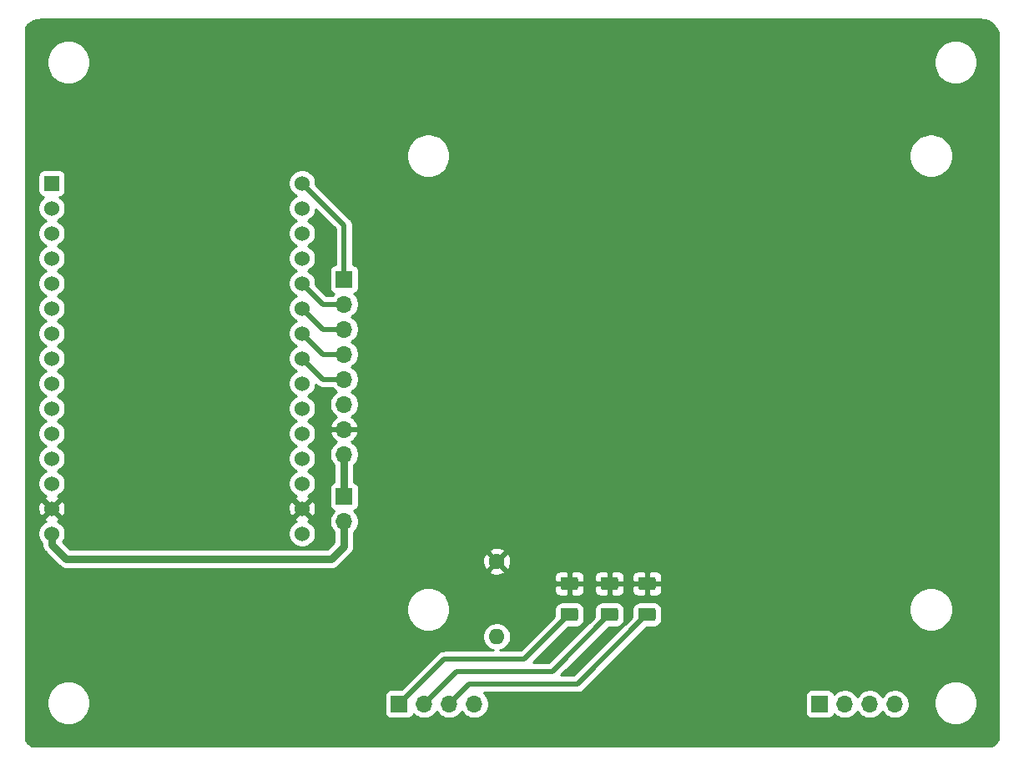
<source format=gtl>
%TF.GenerationSoftware,KiCad,Pcbnew,(5.1.10)-1*%
%TF.CreationDate,2021-12-02T13:25:03+01:00*%
%TF.ProjectId,BlindController,426c696e-6443-46f6-9e74-726f6c6c6572,rev?*%
%TF.SameCoordinates,Original*%
%TF.FileFunction,Copper,L1,Top*%
%TF.FilePolarity,Positive*%
%FSLAX46Y46*%
G04 Gerber Fmt 4.6, Leading zero omitted, Abs format (unit mm)*
G04 Created by KiCad (PCBNEW (5.1.10)-1) date 2021-12-02 13:25:04*
%MOMM*%
%LPD*%
G01*
G04 APERTURE LIST*
%TA.AperFunction,ComponentPad*%
%ADD10O,1.600000X1.600000*%
%TD*%
%TA.AperFunction,ComponentPad*%
%ADD11C,1.600000*%
%TD*%
%TA.AperFunction,ComponentPad*%
%ADD12O,1.700000X1.700000*%
%TD*%
%TA.AperFunction,ComponentPad*%
%ADD13R,1.700000X1.700000*%
%TD*%
%TA.AperFunction,ComponentPad*%
%ADD14C,1.524000*%
%TD*%
%TA.AperFunction,ComponentPad*%
%ADD15R,1.524000X1.524000*%
%TD*%
%TA.AperFunction,ViaPad*%
%ADD16C,0.800000*%
%TD*%
%TA.AperFunction,Conductor*%
%ADD17C,0.762000*%
%TD*%
%TA.AperFunction,Conductor*%
%ADD18C,0.508000*%
%TD*%
%TA.AperFunction,Conductor*%
%ADD19C,0.254000*%
%TD*%
%TA.AperFunction,Conductor*%
%ADD20C,0.100000*%
%TD*%
G04 APERTURE END LIST*
D10*
%TO.P,R1,2*%
%TO.N,Net-(KEYBOARD1-Pad4)*%
X108458000Y-128270000D03*
D11*
%TO.P,R1,1*%
%TO.N,GND*%
X108458000Y-120650000D03*
%TD*%
%TO.P,C3,2*%
%TO.N,GND*%
%TA.AperFunction,SMDPad,CuDef*%
G36*
G01*
X124348001Y-123560000D02*
X123047999Y-123560000D01*
G75*
G02*
X122798000Y-123310001I0J249999D01*
G01*
X122798000Y-122484999D01*
G75*
G02*
X123047999Y-122235000I249999J0D01*
G01*
X124348001Y-122235000D01*
G75*
G02*
X124598000Y-122484999I0J-249999D01*
G01*
X124598000Y-123310001D01*
G75*
G02*
X124348001Y-123560000I-249999J0D01*
G01*
G37*
%TD.AperFunction*%
%TO.P,C3,1*%
%TO.N,BUT3*%
%TA.AperFunction,SMDPad,CuDef*%
G36*
G01*
X124348001Y-126685000D02*
X123047999Y-126685000D01*
G75*
G02*
X122798000Y-126435001I0J249999D01*
G01*
X122798000Y-125609999D01*
G75*
G02*
X123047999Y-125360000I249999J0D01*
G01*
X124348001Y-125360000D01*
G75*
G02*
X124598000Y-125609999I0J-249999D01*
G01*
X124598000Y-126435001D01*
G75*
G02*
X124348001Y-126685000I-249999J0D01*
G01*
G37*
%TD.AperFunction*%
%TD*%
%TO.P,C2,2*%
%TO.N,GND*%
%TA.AperFunction,SMDPad,CuDef*%
G36*
G01*
X120538001Y-123560000D02*
X119237999Y-123560000D01*
G75*
G02*
X118988000Y-123310001I0J249999D01*
G01*
X118988000Y-122484999D01*
G75*
G02*
X119237999Y-122235000I249999J0D01*
G01*
X120538001Y-122235000D01*
G75*
G02*
X120788000Y-122484999I0J-249999D01*
G01*
X120788000Y-123310001D01*
G75*
G02*
X120538001Y-123560000I-249999J0D01*
G01*
G37*
%TD.AperFunction*%
%TO.P,C2,1*%
%TO.N,BUT2*%
%TA.AperFunction,SMDPad,CuDef*%
G36*
G01*
X120538001Y-126685000D02*
X119237999Y-126685000D01*
G75*
G02*
X118988000Y-126435001I0J249999D01*
G01*
X118988000Y-125609999D01*
G75*
G02*
X119237999Y-125360000I249999J0D01*
G01*
X120538001Y-125360000D01*
G75*
G02*
X120788000Y-125609999I0J-249999D01*
G01*
X120788000Y-126435001D01*
G75*
G02*
X120538001Y-126685000I-249999J0D01*
G01*
G37*
%TD.AperFunction*%
%TD*%
%TO.P,C1,2*%
%TO.N,GND*%
%TA.AperFunction,SMDPad,CuDef*%
G36*
G01*
X116474001Y-123560000D02*
X115173999Y-123560000D01*
G75*
G02*
X114924000Y-123310001I0J249999D01*
G01*
X114924000Y-122484999D01*
G75*
G02*
X115173999Y-122235000I249999J0D01*
G01*
X116474001Y-122235000D01*
G75*
G02*
X116724000Y-122484999I0J-249999D01*
G01*
X116724000Y-123310001D01*
G75*
G02*
X116474001Y-123560000I-249999J0D01*
G01*
G37*
%TD.AperFunction*%
%TO.P,C1,1*%
%TO.N,BUT1*%
%TA.AperFunction,SMDPad,CuDef*%
G36*
G01*
X116474001Y-126685000D02*
X115173999Y-126685000D01*
G75*
G02*
X114924000Y-126435001I0J249999D01*
G01*
X114924000Y-125609999D01*
G75*
G02*
X115173999Y-125360000I249999J0D01*
G01*
X116474001Y-125360000D01*
G75*
G02*
X116724000Y-125609999I0J-249999D01*
G01*
X116724000Y-126435001D01*
G75*
G02*
X116474001Y-126685000I-249999J0D01*
G01*
G37*
%TD.AperFunction*%
%TD*%
D12*
%TO.P,KEYBOARD1,4*%
%TO.N,Net-(KEYBOARD1-Pad4)*%
X106172000Y-135128000D03*
%TO.P,KEYBOARD1,3*%
%TO.N,BUT3*%
X103632000Y-135128000D03*
%TO.P,KEYBOARD1,2*%
%TO.N,BUT2*%
X101092000Y-135128000D03*
D13*
%TO.P,KEYBOARD1,1*%
%TO.N,BUT1*%
X98552000Y-135128000D03*
%TD*%
D12*
%TO.P,ENCODER1,4*%
%TO.N,B_ENC2*%
X148844000Y-135128000D03*
%TO.P,ENCODER1,3*%
%TO.N,B_ENC1*%
X146304000Y-135128000D03*
%TO.P,ENCODER1,2*%
%TO.N,A_ENC2*%
X143764000Y-135128000D03*
D13*
%TO.P,ENCODER1,1*%
%TO.N,A_ENC1*%
X141224000Y-135128000D03*
%TD*%
D12*
%TO.P,5V_CONN1,2*%
%TO.N,5V*%
X92964000Y-116586000D03*
D13*
%TO.P,5V_CONN1,1*%
%TO.N,Net-(5V_CONN1-Pad1)*%
X92964000Y-114046000D03*
%TD*%
D12*
%TO.P,MOTOR_CONTROLLER1,8*%
%TO.N,Net-(5V_CONN1-Pad1)*%
X92964000Y-109780000D03*
%TO.P,MOTOR_CONTROLLER1,7*%
%TO.N,GND*%
X92964000Y-107240000D03*
%TO.P,MOTOR_CONTROLLER1,6*%
%TO.N,B_PWM*%
X92964000Y-104700000D03*
%TO.P,MOTOR_CONTROLLER1,5*%
%TO.N,B_IN2*%
X92964000Y-102160000D03*
%TO.P,MOTOR_CONTROLLER1,4*%
%TO.N,B_IN1*%
X92964000Y-99620000D03*
%TO.P,MOTOR_CONTROLLER1,3*%
%TO.N,A_IN2*%
X92964000Y-97080000D03*
%TO.P,MOTOR_CONTROLLER1,2*%
%TO.N,A_IN1*%
X92964000Y-94540000D03*
D13*
%TO.P,MOTOR_CONTROLLER1,1*%
%TO.N,A_PWM*%
X92964000Y-92000000D03*
%TD*%
D14*
%TO.P,U1,30*%
%TO.N,A_PWM*%
X88700000Y-82265500D03*
%TO.P,U1,29*%
%TO.N,B_PWM*%
X88700000Y-84805500D03*
%TO.P,U1,28*%
%TO.N,Net-(U1-Pad28)*%
X88700000Y-87345500D03*
%TO.P,U1,27*%
%TO.N,Net-(U1-Pad27)*%
X88700000Y-89885500D03*
%TO.P,U1,26*%
%TO.N,A_IN1*%
X88700000Y-92425500D03*
%TO.P,U1,25*%
%TO.N,A_IN2*%
X88700000Y-94965500D03*
%TO.P,U1,24*%
%TO.N,B_IN1*%
X88700000Y-97505500D03*
%TO.P,U1,23*%
%TO.N,B_IN2*%
X88700000Y-100045500D03*
%TO.P,U1,22*%
%TO.N,Net-(U1-Pad22)*%
X88700000Y-102585500D03*
%TO.P,U1,21*%
%TO.N,Net-(U1-Pad21)*%
X88700000Y-105125500D03*
%TO.P,U1,20*%
%TO.N,Net-(U1-Pad20)*%
X88700000Y-107665500D03*
%TO.P,U1,19*%
%TO.N,Net-(U1-Pad19)*%
X88700000Y-110205500D03*
%TO.P,U1,18*%
%TO.N,Net-(U1-Pad18)*%
X88700000Y-112745500D03*
%TO.P,U1,17*%
%TO.N,GND*%
X88700000Y-115285500D03*
%TO.P,U1,16*%
%TO.N,Net-(U1-Pad16)*%
X88700000Y-117825500D03*
%TO.P,U1,15*%
%TO.N,5V*%
X63300000Y-117825500D03*
%TO.P,U1,14*%
%TO.N,GND*%
X63300000Y-115285500D03*
%TO.P,U1,13*%
%TO.N,Net-(U1-Pad13)*%
X63300000Y-112745500D03*
%TO.P,U1,12*%
%TO.N,Net-(U1-Pad12)*%
X63300000Y-110205500D03*
%TO.P,U1,11*%
%TO.N,BUT1*%
X63300000Y-107665500D03*
%TO.P,U1,10*%
%TO.N,BUT2*%
X63300000Y-105125500D03*
%TO.P,U1,9*%
%TO.N,BUT3*%
X63300000Y-102585500D03*
%TO.P,U1,8*%
%TO.N,A_ENC1*%
X63300000Y-100045500D03*
%TO.P,U1,7*%
%TO.N,A_ENC2*%
X63300000Y-97505500D03*
%TO.P,U1,6*%
%TO.N,B_ENC1*%
X63300000Y-94965500D03*
%TO.P,U1,5*%
%TO.N,B_ENC2*%
X63300000Y-92425500D03*
%TO.P,U1,4*%
%TO.N,Net-(U1-Pad4)*%
X63300000Y-89885500D03*
%TO.P,U1,3*%
%TO.N,Net-(U1-Pad3)*%
X63300000Y-87345500D03*
%TO.P,U1,2*%
%TO.N,Net-(U1-Pad2)*%
X63300000Y-84805500D03*
D15*
%TO.P,U1,1*%
%TO.N,Net-(U1-Pad1)*%
X63300000Y-82265500D03*
%TD*%
D16*
%TO.N,GND*%
X90932000Y-89916000D03*
%TD*%
D17*
%TO.N,5V*%
X92964000Y-119126000D02*
X92964000Y-116586000D01*
X64770000Y-120396000D02*
X91694000Y-120396000D01*
X91694000Y-120396000D02*
X92964000Y-119126000D01*
X63300000Y-118926000D02*
X64770000Y-120396000D01*
X63300000Y-117825500D02*
X63300000Y-118926000D01*
D18*
%TO.N,B_IN2*%
X90814500Y-102160000D02*
X92964000Y-102160000D01*
X88700000Y-100045500D02*
X90814500Y-102160000D01*
%TO.N,B_IN1*%
X90814500Y-99620000D02*
X92964000Y-99620000D01*
X88700000Y-97505500D02*
X90814500Y-99620000D01*
%TO.N,A_IN2*%
X90814500Y-97080000D02*
X88700000Y-94965500D01*
X92964000Y-97080000D02*
X90814500Y-97080000D01*
%TO.N,A_IN1*%
X90814500Y-94540000D02*
X88700000Y-92425500D01*
X92964000Y-94540000D02*
X90814500Y-94540000D01*
%TO.N,A_PWM*%
X92964000Y-86529500D02*
X92964000Y-92000000D01*
X88700000Y-82265500D02*
X92964000Y-86529500D01*
D17*
%TO.N,Net-(5V_CONN1-Pad1)*%
X92964000Y-109780000D02*
X92964000Y-114046000D01*
D19*
%TO.N,BUT3*%
X63723500Y-102585500D02*
X63300000Y-102585500D01*
D18*
X105664000Y-133096000D02*
X103632000Y-135128000D01*
X116624500Y-133096000D02*
X105664000Y-133096000D01*
X123698000Y-126022500D02*
X116624500Y-133096000D01*
%TO.N,BUT2*%
X104394000Y-131826000D02*
X101092000Y-135128000D01*
X114084500Y-131826000D02*
X104394000Y-131826000D01*
X119888000Y-126022500D02*
X114084500Y-131826000D01*
%TO.N,BUT1*%
X115824000Y-126022500D02*
X115785500Y-126022500D01*
X115785500Y-126022500D02*
X111252000Y-130556000D01*
X103124000Y-130556000D02*
X98552000Y-135128000D01*
X111252000Y-130556000D02*
X103124000Y-130556000D01*
%TD*%
D19*
%TO.N,GND*%
X157784773Y-65678302D02*
X158045313Y-65734852D01*
X158295186Y-65827828D01*
X158529318Y-65955343D01*
X158742975Y-66114817D01*
X158931818Y-66303014D01*
X159092024Y-66516125D01*
X159220343Y-66749823D01*
X159314173Y-66999374D01*
X159340001Y-67116435D01*
X159340000Y-138702995D01*
X159336736Y-138709006D01*
X159176700Y-138923696D01*
X158987679Y-139113365D01*
X158773547Y-139274130D01*
X158653227Y-139340000D01*
X61303871Y-139340000D01*
X61185555Y-139275395D01*
X60971662Y-139115276D01*
X60782724Y-138926338D01*
X60660000Y-138762399D01*
X60660000Y-134779872D01*
X62765000Y-134779872D01*
X62765000Y-135220128D01*
X62850890Y-135651925D01*
X63019369Y-136058669D01*
X63263962Y-136424729D01*
X63575271Y-136736038D01*
X63941331Y-136980631D01*
X64348075Y-137149110D01*
X64779872Y-137235000D01*
X65220128Y-137235000D01*
X65651925Y-137149110D01*
X66058669Y-136980631D01*
X66424729Y-136736038D01*
X66736038Y-136424729D01*
X66980631Y-136058669D01*
X67149110Y-135651925D01*
X67235000Y-135220128D01*
X67235000Y-134779872D01*
X67149110Y-134348075D01*
X67120084Y-134278000D01*
X97063928Y-134278000D01*
X97063928Y-135978000D01*
X97076188Y-136102482D01*
X97112498Y-136222180D01*
X97171463Y-136332494D01*
X97250815Y-136429185D01*
X97347506Y-136508537D01*
X97457820Y-136567502D01*
X97577518Y-136603812D01*
X97702000Y-136616072D01*
X99402000Y-136616072D01*
X99526482Y-136603812D01*
X99646180Y-136567502D01*
X99756494Y-136508537D01*
X99853185Y-136429185D01*
X99932537Y-136332494D01*
X99991502Y-136222180D01*
X100013513Y-136149620D01*
X100145368Y-136281475D01*
X100388589Y-136443990D01*
X100658842Y-136555932D01*
X100945740Y-136613000D01*
X101238260Y-136613000D01*
X101525158Y-136555932D01*
X101795411Y-136443990D01*
X102038632Y-136281475D01*
X102245475Y-136074632D01*
X102362000Y-135900240D01*
X102478525Y-136074632D01*
X102685368Y-136281475D01*
X102928589Y-136443990D01*
X103198842Y-136555932D01*
X103485740Y-136613000D01*
X103778260Y-136613000D01*
X104065158Y-136555932D01*
X104335411Y-136443990D01*
X104578632Y-136281475D01*
X104785475Y-136074632D01*
X104902000Y-135900240D01*
X105018525Y-136074632D01*
X105225368Y-136281475D01*
X105468589Y-136443990D01*
X105738842Y-136555932D01*
X106025740Y-136613000D01*
X106318260Y-136613000D01*
X106605158Y-136555932D01*
X106875411Y-136443990D01*
X107118632Y-136281475D01*
X107325475Y-136074632D01*
X107487990Y-135831411D01*
X107599932Y-135561158D01*
X107657000Y-135274260D01*
X107657000Y-134981740D01*
X107599932Y-134694842D01*
X107487990Y-134424589D01*
X107390043Y-134278000D01*
X139735928Y-134278000D01*
X139735928Y-135978000D01*
X139748188Y-136102482D01*
X139784498Y-136222180D01*
X139843463Y-136332494D01*
X139922815Y-136429185D01*
X140019506Y-136508537D01*
X140129820Y-136567502D01*
X140249518Y-136603812D01*
X140374000Y-136616072D01*
X142074000Y-136616072D01*
X142198482Y-136603812D01*
X142318180Y-136567502D01*
X142428494Y-136508537D01*
X142525185Y-136429185D01*
X142604537Y-136332494D01*
X142663502Y-136222180D01*
X142685513Y-136149620D01*
X142817368Y-136281475D01*
X143060589Y-136443990D01*
X143330842Y-136555932D01*
X143617740Y-136613000D01*
X143910260Y-136613000D01*
X144197158Y-136555932D01*
X144467411Y-136443990D01*
X144710632Y-136281475D01*
X144917475Y-136074632D01*
X145034000Y-135900240D01*
X145150525Y-136074632D01*
X145357368Y-136281475D01*
X145600589Y-136443990D01*
X145870842Y-136555932D01*
X146157740Y-136613000D01*
X146450260Y-136613000D01*
X146737158Y-136555932D01*
X147007411Y-136443990D01*
X147250632Y-136281475D01*
X147457475Y-136074632D01*
X147574000Y-135900240D01*
X147690525Y-136074632D01*
X147897368Y-136281475D01*
X148140589Y-136443990D01*
X148410842Y-136555932D01*
X148697740Y-136613000D01*
X148990260Y-136613000D01*
X149277158Y-136555932D01*
X149547411Y-136443990D01*
X149790632Y-136281475D01*
X149997475Y-136074632D01*
X150159990Y-135831411D01*
X150271932Y-135561158D01*
X150329000Y-135274260D01*
X150329000Y-134981740D01*
X150288846Y-134779872D01*
X152765000Y-134779872D01*
X152765000Y-135220128D01*
X152850890Y-135651925D01*
X153019369Y-136058669D01*
X153263962Y-136424729D01*
X153575271Y-136736038D01*
X153941331Y-136980631D01*
X154348075Y-137149110D01*
X154779872Y-137235000D01*
X155220128Y-137235000D01*
X155651925Y-137149110D01*
X156058669Y-136980631D01*
X156424729Y-136736038D01*
X156736038Y-136424729D01*
X156980631Y-136058669D01*
X157149110Y-135651925D01*
X157235000Y-135220128D01*
X157235000Y-134779872D01*
X157149110Y-134348075D01*
X156980631Y-133941331D01*
X156736038Y-133575271D01*
X156424729Y-133263962D01*
X156058669Y-133019369D01*
X155651925Y-132850890D01*
X155220128Y-132765000D01*
X154779872Y-132765000D01*
X154348075Y-132850890D01*
X153941331Y-133019369D01*
X153575271Y-133263962D01*
X153263962Y-133575271D01*
X153019369Y-133941331D01*
X152850890Y-134348075D01*
X152765000Y-134779872D01*
X150288846Y-134779872D01*
X150271932Y-134694842D01*
X150159990Y-134424589D01*
X149997475Y-134181368D01*
X149790632Y-133974525D01*
X149547411Y-133812010D01*
X149277158Y-133700068D01*
X148990260Y-133643000D01*
X148697740Y-133643000D01*
X148410842Y-133700068D01*
X148140589Y-133812010D01*
X147897368Y-133974525D01*
X147690525Y-134181368D01*
X147574000Y-134355760D01*
X147457475Y-134181368D01*
X147250632Y-133974525D01*
X147007411Y-133812010D01*
X146737158Y-133700068D01*
X146450260Y-133643000D01*
X146157740Y-133643000D01*
X145870842Y-133700068D01*
X145600589Y-133812010D01*
X145357368Y-133974525D01*
X145150525Y-134181368D01*
X145034000Y-134355760D01*
X144917475Y-134181368D01*
X144710632Y-133974525D01*
X144467411Y-133812010D01*
X144197158Y-133700068D01*
X143910260Y-133643000D01*
X143617740Y-133643000D01*
X143330842Y-133700068D01*
X143060589Y-133812010D01*
X142817368Y-133974525D01*
X142685513Y-134106380D01*
X142663502Y-134033820D01*
X142604537Y-133923506D01*
X142525185Y-133826815D01*
X142428494Y-133747463D01*
X142318180Y-133688498D01*
X142198482Y-133652188D01*
X142074000Y-133639928D01*
X140374000Y-133639928D01*
X140249518Y-133652188D01*
X140129820Y-133688498D01*
X140019506Y-133747463D01*
X139922815Y-133826815D01*
X139843463Y-133923506D01*
X139784498Y-134033820D01*
X139748188Y-134153518D01*
X139735928Y-134278000D01*
X107390043Y-134278000D01*
X107325475Y-134181368D01*
X107129107Y-133985000D01*
X116580840Y-133985000D01*
X116624500Y-133989300D01*
X116668160Y-133985000D01*
X116668167Y-133985000D01*
X116798774Y-133972136D01*
X116966351Y-133921303D01*
X117120791Y-133838753D01*
X117256159Y-133727659D01*
X117283999Y-133693736D01*
X123654664Y-127323072D01*
X124348001Y-127323072D01*
X124521255Y-127306008D01*
X124687851Y-127255472D01*
X124841387Y-127173405D01*
X124975962Y-127062962D01*
X125086405Y-126928387D01*
X125168472Y-126774851D01*
X125219008Y-126608255D01*
X125236072Y-126435001D01*
X125236072Y-125609999D01*
X125219008Y-125436745D01*
X125171422Y-125279872D01*
X150265000Y-125279872D01*
X150265000Y-125720128D01*
X150350890Y-126151925D01*
X150519369Y-126558669D01*
X150763962Y-126924729D01*
X151075271Y-127236038D01*
X151441331Y-127480631D01*
X151848075Y-127649110D01*
X152279872Y-127735000D01*
X152720128Y-127735000D01*
X153151925Y-127649110D01*
X153558669Y-127480631D01*
X153924729Y-127236038D01*
X154236038Y-126924729D01*
X154480631Y-126558669D01*
X154649110Y-126151925D01*
X154735000Y-125720128D01*
X154735000Y-125279872D01*
X154649110Y-124848075D01*
X154480631Y-124441331D01*
X154236038Y-124075271D01*
X153924729Y-123763962D01*
X153558669Y-123519369D01*
X153151925Y-123350890D01*
X152720128Y-123265000D01*
X152279872Y-123265000D01*
X151848075Y-123350890D01*
X151441331Y-123519369D01*
X151075271Y-123763962D01*
X150763962Y-124075271D01*
X150519369Y-124441331D01*
X150350890Y-124848075D01*
X150265000Y-125279872D01*
X125171422Y-125279872D01*
X125168472Y-125270149D01*
X125086405Y-125116613D01*
X124975962Y-124982038D01*
X124841387Y-124871595D01*
X124687851Y-124789528D01*
X124521255Y-124738992D01*
X124348001Y-124721928D01*
X123047999Y-124721928D01*
X122874745Y-124738992D01*
X122708149Y-124789528D01*
X122554613Y-124871595D01*
X122420038Y-124982038D01*
X122309595Y-125116613D01*
X122227528Y-125270149D01*
X122176992Y-125436745D01*
X122159928Y-125609999D01*
X122159928Y-126303336D01*
X116256265Y-132207000D01*
X114960735Y-132207000D01*
X119844663Y-127323072D01*
X120538001Y-127323072D01*
X120711255Y-127306008D01*
X120877851Y-127255472D01*
X121031387Y-127173405D01*
X121165962Y-127062962D01*
X121276405Y-126928387D01*
X121358472Y-126774851D01*
X121409008Y-126608255D01*
X121426072Y-126435001D01*
X121426072Y-125609999D01*
X121409008Y-125436745D01*
X121358472Y-125270149D01*
X121276405Y-125116613D01*
X121165962Y-124982038D01*
X121031387Y-124871595D01*
X120877851Y-124789528D01*
X120711255Y-124738992D01*
X120538001Y-124721928D01*
X119237999Y-124721928D01*
X119064745Y-124738992D01*
X118898149Y-124789528D01*
X118744613Y-124871595D01*
X118610038Y-124982038D01*
X118499595Y-125116613D01*
X118417528Y-125270149D01*
X118366992Y-125436745D01*
X118349928Y-125609999D01*
X118349928Y-126303337D01*
X113716265Y-130937000D01*
X112128235Y-130937000D01*
X115742164Y-127323072D01*
X116474001Y-127323072D01*
X116647255Y-127306008D01*
X116813851Y-127255472D01*
X116967387Y-127173405D01*
X117101962Y-127062962D01*
X117212405Y-126928387D01*
X117294472Y-126774851D01*
X117345008Y-126608255D01*
X117362072Y-126435001D01*
X117362072Y-125609999D01*
X117345008Y-125436745D01*
X117294472Y-125270149D01*
X117212405Y-125116613D01*
X117101962Y-124982038D01*
X116967387Y-124871595D01*
X116813851Y-124789528D01*
X116647255Y-124738992D01*
X116474001Y-124721928D01*
X115173999Y-124721928D01*
X115000745Y-124738992D01*
X114834149Y-124789528D01*
X114680613Y-124871595D01*
X114546038Y-124982038D01*
X114435595Y-125116613D01*
X114353528Y-125270149D01*
X114302992Y-125436745D01*
X114285928Y-125609999D01*
X114285928Y-126264836D01*
X110883765Y-129667000D01*
X108790371Y-129667000D01*
X108876574Y-129649853D01*
X109137727Y-129541680D01*
X109372759Y-129384637D01*
X109572637Y-129184759D01*
X109729680Y-128949727D01*
X109837853Y-128688574D01*
X109893000Y-128411335D01*
X109893000Y-128128665D01*
X109837853Y-127851426D01*
X109729680Y-127590273D01*
X109572637Y-127355241D01*
X109372759Y-127155363D01*
X109137727Y-126998320D01*
X108876574Y-126890147D01*
X108599335Y-126835000D01*
X108316665Y-126835000D01*
X108039426Y-126890147D01*
X107778273Y-126998320D01*
X107543241Y-127155363D01*
X107343363Y-127355241D01*
X107186320Y-127590273D01*
X107078147Y-127851426D01*
X107023000Y-128128665D01*
X107023000Y-128411335D01*
X107078147Y-128688574D01*
X107186320Y-128949727D01*
X107343363Y-129184759D01*
X107543241Y-129384637D01*
X107778273Y-129541680D01*
X108039426Y-129649853D01*
X108125629Y-129667000D01*
X103167659Y-129667000D01*
X103123999Y-129662700D01*
X103080339Y-129667000D01*
X103080333Y-129667000D01*
X102982924Y-129676594D01*
X102949724Y-129679864D01*
X102866862Y-129705000D01*
X102782149Y-129730697D01*
X102627709Y-129813247D01*
X102492341Y-129924341D01*
X102464501Y-129958264D01*
X98782837Y-133639928D01*
X97702000Y-133639928D01*
X97577518Y-133652188D01*
X97457820Y-133688498D01*
X97347506Y-133747463D01*
X97250815Y-133826815D01*
X97171463Y-133923506D01*
X97112498Y-134033820D01*
X97076188Y-134153518D01*
X97063928Y-134278000D01*
X67120084Y-134278000D01*
X66980631Y-133941331D01*
X66736038Y-133575271D01*
X66424729Y-133263962D01*
X66058669Y-133019369D01*
X65651925Y-132850890D01*
X65220128Y-132765000D01*
X64779872Y-132765000D01*
X64348075Y-132850890D01*
X63941331Y-133019369D01*
X63575271Y-133263962D01*
X63263962Y-133575271D01*
X63019369Y-133941331D01*
X62850890Y-134348075D01*
X62765000Y-134779872D01*
X60660000Y-134779872D01*
X60660000Y-125279872D01*
X99265000Y-125279872D01*
X99265000Y-125720128D01*
X99350890Y-126151925D01*
X99519369Y-126558669D01*
X99763962Y-126924729D01*
X100075271Y-127236038D01*
X100441331Y-127480631D01*
X100848075Y-127649110D01*
X101279872Y-127735000D01*
X101720128Y-127735000D01*
X102151925Y-127649110D01*
X102558669Y-127480631D01*
X102924729Y-127236038D01*
X103236038Y-126924729D01*
X103480631Y-126558669D01*
X103649110Y-126151925D01*
X103735000Y-125720128D01*
X103735000Y-125279872D01*
X103649110Y-124848075D01*
X103480631Y-124441331D01*
X103236038Y-124075271D01*
X102924729Y-123763962D01*
X102619478Y-123560000D01*
X114285928Y-123560000D01*
X114298188Y-123684482D01*
X114334498Y-123804180D01*
X114393463Y-123914494D01*
X114472815Y-124011185D01*
X114569506Y-124090537D01*
X114679820Y-124149502D01*
X114799518Y-124185812D01*
X114924000Y-124198072D01*
X115538250Y-124195000D01*
X115697000Y-124036250D01*
X115697000Y-123024500D01*
X115951000Y-123024500D01*
X115951000Y-124036250D01*
X116109750Y-124195000D01*
X116724000Y-124198072D01*
X116848482Y-124185812D01*
X116968180Y-124149502D01*
X117078494Y-124090537D01*
X117175185Y-124011185D01*
X117254537Y-123914494D01*
X117313502Y-123804180D01*
X117349812Y-123684482D01*
X117362072Y-123560000D01*
X118349928Y-123560000D01*
X118362188Y-123684482D01*
X118398498Y-123804180D01*
X118457463Y-123914494D01*
X118536815Y-124011185D01*
X118633506Y-124090537D01*
X118743820Y-124149502D01*
X118863518Y-124185812D01*
X118988000Y-124198072D01*
X119602250Y-124195000D01*
X119761000Y-124036250D01*
X119761000Y-123024500D01*
X120015000Y-123024500D01*
X120015000Y-124036250D01*
X120173750Y-124195000D01*
X120788000Y-124198072D01*
X120912482Y-124185812D01*
X121032180Y-124149502D01*
X121142494Y-124090537D01*
X121239185Y-124011185D01*
X121318537Y-123914494D01*
X121377502Y-123804180D01*
X121413812Y-123684482D01*
X121426072Y-123560000D01*
X122159928Y-123560000D01*
X122172188Y-123684482D01*
X122208498Y-123804180D01*
X122267463Y-123914494D01*
X122346815Y-124011185D01*
X122443506Y-124090537D01*
X122553820Y-124149502D01*
X122673518Y-124185812D01*
X122798000Y-124198072D01*
X123412250Y-124195000D01*
X123571000Y-124036250D01*
X123571000Y-123024500D01*
X123825000Y-123024500D01*
X123825000Y-124036250D01*
X123983750Y-124195000D01*
X124598000Y-124198072D01*
X124722482Y-124185812D01*
X124842180Y-124149502D01*
X124952494Y-124090537D01*
X125049185Y-124011185D01*
X125128537Y-123914494D01*
X125187502Y-123804180D01*
X125223812Y-123684482D01*
X125236072Y-123560000D01*
X125233000Y-123183250D01*
X125074250Y-123024500D01*
X123825000Y-123024500D01*
X123571000Y-123024500D01*
X122321750Y-123024500D01*
X122163000Y-123183250D01*
X122159928Y-123560000D01*
X121426072Y-123560000D01*
X121423000Y-123183250D01*
X121264250Y-123024500D01*
X120015000Y-123024500D01*
X119761000Y-123024500D01*
X118511750Y-123024500D01*
X118353000Y-123183250D01*
X118349928Y-123560000D01*
X117362072Y-123560000D01*
X117359000Y-123183250D01*
X117200250Y-123024500D01*
X115951000Y-123024500D01*
X115697000Y-123024500D01*
X114447750Y-123024500D01*
X114289000Y-123183250D01*
X114285928Y-123560000D01*
X102619478Y-123560000D01*
X102558669Y-123519369D01*
X102151925Y-123350890D01*
X101720128Y-123265000D01*
X101279872Y-123265000D01*
X100848075Y-123350890D01*
X100441331Y-123519369D01*
X100075271Y-123763962D01*
X99763962Y-124075271D01*
X99519369Y-124441331D01*
X99350890Y-124848075D01*
X99265000Y-125279872D01*
X60660000Y-125279872D01*
X60660000Y-122235000D01*
X114285928Y-122235000D01*
X114289000Y-122611750D01*
X114447750Y-122770500D01*
X115697000Y-122770500D01*
X115697000Y-121758750D01*
X115951000Y-121758750D01*
X115951000Y-122770500D01*
X117200250Y-122770500D01*
X117359000Y-122611750D01*
X117362072Y-122235000D01*
X118349928Y-122235000D01*
X118353000Y-122611750D01*
X118511750Y-122770500D01*
X119761000Y-122770500D01*
X119761000Y-121758750D01*
X120015000Y-121758750D01*
X120015000Y-122770500D01*
X121264250Y-122770500D01*
X121423000Y-122611750D01*
X121426072Y-122235000D01*
X122159928Y-122235000D01*
X122163000Y-122611750D01*
X122321750Y-122770500D01*
X123571000Y-122770500D01*
X123571000Y-121758750D01*
X123825000Y-121758750D01*
X123825000Y-122770500D01*
X125074250Y-122770500D01*
X125233000Y-122611750D01*
X125236072Y-122235000D01*
X125223812Y-122110518D01*
X125187502Y-121990820D01*
X125128537Y-121880506D01*
X125049185Y-121783815D01*
X124952494Y-121704463D01*
X124842180Y-121645498D01*
X124722482Y-121609188D01*
X124598000Y-121596928D01*
X123983750Y-121600000D01*
X123825000Y-121758750D01*
X123571000Y-121758750D01*
X123412250Y-121600000D01*
X122798000Y-121596928D01*
X122673518Y-121609188D01*
X122553820Y-121645498D01*
X122443506Y-121704463D01*
X122346815Y-121783815D01*
X122267463Y-121880506D01*
X122208498Y-121990820D01*
X122172188Y-122110518D01*
X122159928Y-122235000D01*
X121426072Y-122235000D01*
X121413812Y-122110518D01*
X121377502Y-121990820D01*
X121318537Y-121880506D01*
X121239185Y-121783815D01*
X121142494Y-121704463D01*
X121032180Y-121645498D01*
X120912482Y-121609188D01*
X120788000Y-121596928D01*
X120173750Y-121600000D01*
X120015000Y-121758750D01*
X119761000Y-121758750D01*
X119602250Y-121600000D01*
X118988000Y-121596928D01*
X118863518Y-121609188D01*
X118743820Y-121645498D01*
X118633506Y-121704463D01*
X118536815Y-121783815D01*
X118457463Y-121880506D01*
X118398498Y-121990820D01*
X118362188Y-122110518D01*
X118349928Y-122235000D01*
X117362072Y-122235000D01*
X117349812Y-122110518D01*
X117313502Y-121990820D01*
X117254537Y-121880506D01*
X117175185Y-121783815D01*
X117078494Y-121704463D01*
X116968180Y-121645498D01*
X116848482Y-121609188D01*
X116724000Y-121596928D01*
X116109750Y-121600000D01*
X115951000Y-121758750D01*
X115697000Y-121758750D01*
X115538250Y-121600000D01*
X114924000Y-121596928D01*
X114799518Y-121609188D01*
X114679820Y-121645498D01*
X114569506Y-121704463D01*
X114472815Y-121783815D01*
X114393463Y-121880506D01*
X114334498Y-121990820D01*
X114298188Y-122110518D01*
X114285928Y-122235000D01*
X60660000Y-122235000D01*
X60660000Y-121642702D01*
X107644903Y-121642702D01*
X107716486Y-121886671D01*
X107971996Y-122007571D01*
X108246184Y-122076300D01*
X108528512Y-122090217D01*
X108808130Y-122048787D01*
X109074292Y-121953603D01*
X109199514Y-121886671D01*
X109271097Y-121642702D01*
X108458000Y-120829605D01*
X107644903Y-121642702D01*
X60660000Y-121642702D01*
X60660000Y-117687908D01*
X61903000Y-117687908D01*
X61903000Y-117963092D01*
X61956686Y-118232990D01*
X62061995Y-118487227D01*
X62214880Y-118716035D01*
X62284001Y-118785156D01*
X62284001Y-118876089D01*
X62279085Y-118926000D01*
X62298702Y-119125170D01*
X62349440Y-119292429D01*
X62356799Y-119316687D01*
X62451141Y-119493190D01*
X62578105Y-119647896D01*
X62616868Y-119679708D01*
X64016292Y-121079133D01*
X64048104Y-121117896D01*
X64202810Y-121244860D01*
X64317832Y-121306340D01*
X64379312Y-121339202D01*
X64570829Y-121397298D01*
X64770000Y-121416915D01*
X64819902Y-121412000D01*
X91644098Y-121412000D01*
X91694000Y-121416915D01*
X91743902Y-121412000D01*
X91893171Y-121397298D01*
X92084687Y-121339202D01*
X92261190Y-121244860D01*
X92415896Y-121117896D01*
X92447712Y-121079128D01*
X92806328Y-120720512D01*
X107017783Y-120720512D01*
X107059213Y-121000130D01*
X107154397Y-121266292D01*
X107221329Y-121391514D01*
X107465298Y-121463097D01*
X108278395Y-120650000D01*
X108637605Y-120650000D01*
X109450702Y-121463097D01*
X109694671Y-121391514D01*
X109815571Y-121136004D01*
X109884300Y-120861816D01*
X109898217Y-120579488D01*
X109856787Y-120299870D01*
X109761603Y-120033708D01*
X109694671Y-119908486D01*
X109450702Y-119836903D01*
X108637605Y-120650000D01*
X108278395Y-120650000D01*
X107465298Y-119836903D01*
X107221329Y-119908486D01*
X107100429Y-120163996D01*
X107031700Y-120438184D01*
X107017783Y-120720512D01*
X92806328Y-120720512D01*
X93647133Y-119879708D01*
X93685896Y-119847896D01*
X93812860Y-119693190D01*
X93832044Y-119657298D01*
X107644903Y-119657298D01*
X108458000Y-120470395D01*
X109271097Y-119657298D01*
X109199514Y-119413329D01*
X108944004Y-119292429D01*
X108669816Y-119223700D01*
X108387488Y-119209783D01*
X108107870Y-119251213D01*
X107841708Y-119346397D01*
X107716486Y-119413329D01*
X107644903Y-119657298D01*
X93832044Y-119657298D01*
X93907202Y-119516687D01*
X93965298Y-119325171D01*
X93980000Y-119175902D01*
X93980000Y-119175895D01*
X93984914Y-119126001D01*
X93980000Y-119076107D01*
X93980000Y-117670107D01*
X94117475Y-117532632D01*
X94279990Y-117289411D01*
X94391932Y-117019158D01*
X94449000Y-116732260D01*
X94449000Y-116439740D01*
X94391932Y-116152842D01*
X94279990Y-115882589D01*
X94117475Y-115639368D01*
X93985620Y-115507513D01*
X94058180Y-115485502D01*
X94168494Y-115426537D01*
X94265185Y-115347185D01*
X94344537Y-115250494D01*
X94403502Y-115140180D01*
X94439812Y-115020482D01*
X94452072Y-114896000D01*
X94452072Y-113196000D01*
X94439812Y-113071518D01*
X94403502Y-112951820D01*
X94344537Y-112841506D01*
X94265185Y-112744815D01*
X94168494Y-112665463D01*
X94058180Y-112606498D01*
X93980000Y-112582782D01*
X93980000Y-110864107D01*
X94117475Y-110726632D01*
X94279990Y-110483411D01*
X94391932Y-110213158D01*
X94449000Y-109926260D01*
X94449000Y-109633740D01*
X94391932Y-109346842D01*
X94279990Y-109076589D01*
X94117475Y-108833368D01*
X93910632Y-108626525D01*
X93728466Y-108504805D01*
X93845355Y-108435178D01*
X94061588Y-108240269D01*
X94235641Y-108006920D01*
X94360825Y-107744099D01*
X94405476Y-107596890D01*
X94284155Y-107367000D01*
X93091000Y-107367000D01*
X93091000Y-107387000D01*
X92837000Y-107387000D01*
X92837000Y-107367000D01*
X91643845Y-107367000D01*
X91522524Y-107596890D01*
X91567175Y-107744099D01*
X91692359Y-108006920D01*
X91866412Y-108240269D01*
X92082645Y-108435178D01*
X92199534Y-108504805D01*
X92017368Y-108626525D01*
X91810525Y-108833368D01*
X91648010Y-109076589D01*
X91536068Y-109346842D01*
X91479000Y-109633740D01*
X91479000Y-109926260D01*
X91536068Y-110213158D01*
X91648010Y-110483411D01*
X91810525Y-110726632D01*
X91948000Y-110864107D01*
X91948001Y-112582782D01*
X91869820Y-112606498D01*
X91759506Y-112665463D01*
X91662815Y-112744815D01*
X91583463Y-112841506D01*
X91524498Y-112951820D01*
X91488188Y-113071518D01*
X91475928Y-113196000D01*
X91475928Y-114896000D01*
X91488188Y-115020482D01*
X91524498Y-115140180D01*
X91583463Y-115250494D01*
X91662815Y-115347185D01*
X91759506Y-115426537D01*
X91869820Y-115485502D01*
X91942380Y-115507513D01*
X91810525Y-115639368D01*
X91648010Y-115882589D01*
X91536068Y-116152842D01*
X91479000Y-116439740D01*
X91479000Y-116732260D01*
X91536068Y-117019158D01*
X91648010Y-117289411D01*
X91810525Y-117532632D01*
X91948001Y-117670108D01*
X91948000Y-118705159D01*
X91273160Y-119380000D01*
X65190841Y-119380000D01*
X64441899Y-118631059D01*
X64538005Y-118487227D01*
X64643314Y-118232990D01*
X64697000Y-117963092D01*
X64697000Y-117687908D01*
X87303000Y-117687908D01*
X87303000Y-117963092D01*
X87356686Y-118232990D01*
X87461995Y-118487227D01*
X87614880Y-118716035D01*
X87809465Y-118910620D01*
X88038273Y-119063505D01*
X88292510Y-119168814D01*
X88562408Y-119222500D01*
X88837592Y-119222500D01*
X89107490Y-119168814D01*
X89361727Y-119063505D01*
X89590535Y-118910620D01*
X89785120Y-118716035D01*
X89938005Y-118487227D01*
X90043314Y-118232990D01*
X90097000Y-117963092D01*
X90097000Y-117687908D01*
X90043314Y-117418010D01*
X89938005Y-117163773D01*
X89785120Y-116934965D01*
X89590535Y-116740380D01*
X89361727Y-116587495D01*
X89290057Y-116557808D01*
X89303023Y-116553136D01*
X89418980Y-116491156D01*
X89485960Y-116251065D01*
X88700000Y-115465105D01*
X87914040Y-116251065D01*
X87981020Y-116491156D01*
X88116760Y-116554985D01*
X88038273Y-116587495D01*
X87809465Y-116740380D01*
X87614880Y-116934965D01*
X87461995Y-117163773D01*
X87356686Y-117418010D01*
X87303000Y-117687908D01*
X64697000Y-117687908D01*
X64643314Y-117418010D01*
X64538005Y-117163773D01*
X64385120Y-116934965D01*
X64190535Y-116740380D01*
X63961727Y-116587495D01*
X63890057Y-116557808D01*
X63903023Y-116553136D01*
X64018980Y-116491156D01*
X64085960Y-116251065D01*
X63300000Y-115465105D01*
X62514040Y-116251065D01*
X62581020Y-116491156D01*
X62716760Y-116554985D01*
X62638273Y-116587495D01*
X62409465Y-116740380D01*
X62214880Y-116934965D01*
X62061995Y-117163773D01*
X61956686Y-117418010D01*
X61903000Y-117687908D01*
X60660000Y-117687908D01*
X60660000Y-115357517D01*
X61898090Y-115357517D01*
X61939078Y-115629633D01*
X62032364Y-115888523D01*
X62094344Y-116004480D01*
X62334435Y-116071460D01*
X63120395Y-115285500D01*
X63479605Y-115285500D01*
X64265565Y-116071460D01*
X64505656Y-116004480D01*
X64622756Y-115755452D01*
X64689023Y-115488365D01*
X64695157Y-115357517D01*
X87298090Y-115357517D01*
X87339078Y-115629633D01*
X87432364Y-115888523D01*
X87494344Y-116004480D01*
X87734435Y-116071460D01*
X88520395Y-115285500D01*
X88879605Y-115285500D01*
X89665565Y-116071460D01*
X89905656Y-116004480D01*
X90022756Y-115755452D01*
X90089023Y-115488365D01*
X90101910Y-115213483D01*
X90060922Y-114941367D01*
X89967636Y-114682477D01*
X89905656Y-114566520D01*
X89665565Y-114499540D01*
X88879605Y-115285500D01*
X88520395Y-115285500D01*
X87734435Y-114499540D01*
X87494344Y-114566520D01*
X87377244Y-114815548D01*
X87310977Y-115082635D01*
X87298090Y-115357517D01*
X64695157Y-115357517D01*
X64701910Y-115213483D01*
X64660922Y-114941367D01*
X64567636Y-114682477D01*
X64505656Y-114566520D01*
X64265565Y-114499540D01*
X63479605Y-115285500D01*
X63120395Y-115285500D01*
X62334435Y-114499540D01*
X62094344Y-114566520D01*
X61977244Y-114815548D01*
X61910977Y-115082635D01*
X61898090Y-115357517D01*
X60660000Y-115357517D01*
X60660000Y-81503500D01*
X61899928Y-81503500D01*
X61899928Y-83027500D01*
X61912188Y-83151982D01*
X61948498Y-83271680D01*
X62007463Y-83381994D01*
X62086815Y-83478685D01*
X62183506Y-83558037D01*
X62293820Y-83617002D01*
X62413518Y-83653312D01*
X62497465Y-83661580D01*
X62409465Y-83720380D01*
X62214880Y-83914965D01*
X62061995Y-84143773D01*
X61956686Y-84398010D01*
X61903000Y-84667908D01*
X61903000Y-84943092D01*
X61956686Y-85212990D01*
X62061995Y-85467227D01*
X62214880Y-85696035D01*
X62409465Y-85890620D01*
X62638273Y-86043505D01*
X62715515Y-86075500D01*
X62638273Y-86107495D01*
X62409465Y-86260380D01*
X62214880Y-86454965D01*
X62061995Y-86683773D01*
X61956686Y-86938010D01*
X61903000Y-87207908D01*
X61903000Y-87483092D01*
X61956686Y-87752990D01*
X62061995Y-88007227D01*
X62214880Y-88236035D01*
X62409465Y-88430620D01*
X62638273Y-88583505D01*
X62715515Y-88615500D01*
X62638273Y-88647495D01*
X62409465Y-88800380D01*
X62214880Y-88994965D01*
X62061995Y-89223773D01*
X61956686Y-89478010D01*
X61903000Y-89747908D01*
X61903000Y-90023092D01*
X61956686Y-90292990D01*
X62061995Y-90547227D01*
X62214880Y-90776035D01*
X62409465Y-90970620D01*
X62638273Y-91123505D01*
X62715515Y-91155500D01*
X62638273Y-91187495D01*
X62409465Y-91340380D01*
X62214880Y-91534965D01*
X62061995Y-91763773D01*
X61956686Y-92018010D01*
X61903000Y-92287908D01*
X61903000Y-92563092D01*
X61956686Y-92832990D01*
X62061995Y-93087227D01*
X62214880Y-93316035D01*
X62409465Y-93510620D01*
X62638273Y-93663505D01*
X62715515Y-93695500D01*
X62638273Y-93727495D01*
X62409465Y-93880380D01*
X62214880Y-94074965D01*
X62061995Y-94303773D01*
X61956686Y-94558010D01*
X61903000Y-94827908D01*
X61903000Y-95103092D01*
X61956686Y-95372990D01*
X62061995Y-95627227D01*
X62214880Y-95856035D01*
X62409465Y-96050620D01*
X62638273Y-96203505D01*
X62715515Y-96235500D01*
X62638273Y-96267495D01*
X62409465Y-96420380D01*
X62214880Y-96614965D01*
X62061995Y-96843773D01*
X61956686Y-97098010D01*
X61903000Y-97367908D01*
X61903000Y-97643092D01*
X61956686Y-97912990D01*
X62061995Y-98167227D01*
X62214880Y-98396035D01*
X62409465Y-98590620D01*
X62638273Y-98743505D01*
X62715515Y-98775500D01*
X62638273Y-98807495D01*
X62409465Y-98960380D01*
X62214880Y-99154965D01*
X62061995Y-99383773D01*
X61956686Y-99638010D01*
X61903000Y-99907908D01*
X61903000Y-100183092D01*
X61956686Y-100452990D01*
X62061995Y-100707227D01*
X62214880Y-100936035D01*
X62409465Y-101130620D01*
X62638273Y-101283505D01*
X62715515Y-101315500D01*
X62638273Y-101347495D01*
X62409465Y-101500380D01*
X62214880Y-101694965D01*
X62061995Y-101923773D01*
X61956686Y-102178010D01*
X61903000Y-102447908D01*
X61903000Y-102723092D01*
X61956686Y-102992990D01*
X62061995Y-103247227D01*
X62214880Y-103476035D01*
X62409465Y-103670620D01*
X62638273Y-103823505D01*
X62715515Y-103855500D01*
X62638273Y-103887495D01*
X62409465Y-104040380D01*
X62214880Y-104234965D01*
X62061995Y-104463773D01*
X61956686Y-104718010D01*
X61903000Y-104987908D01*
X61903000Y-105263092D01*
X61956686Y-105532990D01*
X62061995Y-105787227D01*
X62214880Y-106016035D01*
X62409465Y-106210620D01*
X62638273Y-106363505D01*
X62715515Y-106395500D01*
X62638273Y-106427495D01*
X62409465Y-106580380D01*
X62214880Y-106774965D01*
X62061995Y-107003773D01*
X61956686Y-107258010D01*
X61903000Y-107527908D01*
X61903000Y-107803092D01*
X61956686Y-108072990D01*
X62061995Y-108327227D01*
X62214880Y-108556035D01*
X62409465Y-108750620D01*
X62638273Y-108903505D01*
X62715515Y-108935500D01*
X62638273Y-108967495D01*
X62409465Y-109120380D01*
X62214880Y-109314965D01*
X62061995Y-109543773D01*
X61956686Y-109798010D01*
X61903000Y-110067908D01*
X61903000Y-110343092D01*
X61956686Y-110612990D01*
X62061995Y-110867227D01*
X62214880Y-111096035D01*
X62409465Y-111290620D01*
X62638273Y-111443505D01*
X62715515Y-111475500D01*
X62638273Y-111507495D01*
X62409465Y-111660380D01*
X62214880Y-111854965D01*
X62061995Y-112083773D01*
X61956686Y-112338010D01*
X61903000Y-112607908D01*
X61903000Y-112883092D01*
X61956686Y-113152990D01*
X62061995Y-113407227D01*
X62214880Y-113636035D01*
X62409465Y-113830620D01*
X62638273Y-113983505D01*
X62709943Y-114013192D01*
X62696977Y-114017864D01*
X62581020Y-114079844D01*
X62514040Y-114319935D01*
X63300000Y-115105895D01*
X64085960Y-114319935D01*
X64018980Y-114079844D01*
X63883240Y-114016015D01*
X63961727Y-113983505D01*
X64190535Y-113830620D01*
X64385120Y-113636035D01*
X64538005Y-113407227D01*
X64643314Y-113152990D01*
X64697000Y-112883092D01*
X64697000Y-112607908D01*
X64643314Y-112338010D01*
X64538005Y-112083773D01*
X64385120Y-111854965D01*
X64190535Y-111660380D01*
X63961727Y-111507495D01*
X63884485Y-111475500D01*
X63961727Y-111443505D01*
X64190535Y-111290620D01*
X64385120Y-111096035D01*
X64538005Y-110867227D01*
X64643314Y-110612990D01*
X64697000Y-110343092D01*
X64697000Y-110067908D01*
X64643314Y-109798010D01*
X64538005Y-109543773D01*
X64385120Y-109314965D01*
X64190535Y-109120380D01*
X63961727Y-108967495D01*
X63884485Y-108935500D01*
X63961727Y-108903505D01*
X64190535Y-108750620D01*
X64385120Y-108556035D01*
X64538005Y-108327227D01*
X64643314Y-108072990D01*
X64697000Y-107803092D01*
X64697000Y-107527908D01*
X64643314Y-107258010D01*
X64538005Y-107003773D01*
X64385120Y-106774965D01*
X64190535Y-106580380D01*
X63961727Y-106427495D01*
X63884485Y-106395500D01*
X63961727Y-106363505D01*
X64190535Y-106210620D01*
X64385120Y-106016035D01*
X64538005Y-105787227D01*
X64643314Y-105532990D01*
X64697000Y-105263092D01*
X64697000Y-104987908D01*
X64643314Y-104718010D01*
X64538005Y-104463773D01*
X64385120Y-104234965D01*
X64190535Y-104040380D01*
X63961727Y-103887495D01*
X63884485Y-103855500D01*
X63961727Y-103823505D01*
X64190535Y-103670620D01*
X64385120Y-103476035D01*
X64538005Y-103247227D01*
X64643314Y-102992990D01*
X64697000Y-102723092D01*
X64697000Y-102447908D01*
X64643314Y-102178010D01*
X64538005Y-101923773D01*
X64385120Y-101694965D01*
X64190535Y-101500380D01*
X63961727Y-101347495D01*
X63884485Y-101315500D01*
X63961727Y-101283505D01*
X64190535Y-101130620D01*
X64385120Y-100936035D01*
X64538005Y-100707227D01*
X64643314Y-100452990D01*
X64697000Y-100183092D01*
X64697000Y-99907908D01*
X64643314Y-99638010D01*
X64538005Y-99383773D01*
X64385120Y-99154965D01*
X64190535Y-98960380D01*
X63961727Y-98807495D01*
X63884485Y-98775500D01*
X63961727Y-98743505D01*
X64190535Y-98590620D01*
X64385120Y-98396035D01*
X64538005Y-98167227D01*
X64643314Y-97912990D01*
X64697000Y-97643092D01*
X64697000Y-97367908D01*
X64643314Y-97098010D01*
X64538005Y-96843773D01*
X64385120Y-96614965D01*
X64190535Y-96420380D01*
X63961727Y-96267495D01*
X63884485Y-96235500D01*
X63961727Y-96203505D01*
X64190535Y-96050620D01*
X64385120Y-95856035D01*
X64538005Y-95627227D01*
X64643314Y-95372990D01*
X64697000Y-95103092D01*
X64697000Y-94827908D01*
X64643314Y-94558010D01*
X64538005Y-94303773D01*
X64385120Y-94074965D01*
X64190535Y-93880380D01*
X63961727Y-93727495D01*
X63884485Y-93695500D01*
X63961727Y-93663505D01*
X64190535Y-93510620D01*
X64385120Y-93316035D01*
X64538005Y-93087227D01*
X64643314Y-92832990D01*
X64697000Y-92563092D01*
X64697000Y-92287908D01*
X64643314Y-92018010D01*
X64538005Y-91763773D01*
X64385120Y-91534965D01*
X64190535Y-91340380D01*
X63961727Y-91187495D01*
X63884485Y-91155500D01*
X63961727Y-91123505D01*
X64190535Y-90970620D01*
X64385120Y-90776035D01*
X64538005Y-90547227D01*
X64643314Y-90292990D01*
X64697000Y-90023092D01*
X64697000Y-89747908D01*
X64643314Y-89478010D01*
X64538005Y-89223773D01*
X64385120Y-88994965D01*
X64190535Y-88800380D01*
X63961727Y-88647495D01*
X63884485Y-88615500D01*
X63961727Y-88583505D01*
X64190535Y-88430620D01*
X64385120Y-88236035D01*
X64538005Y-88007227D01*
X64643314Y-87752990D01*
X64697000Y-87483092D01*
X64697000Y-87207908D01*
X64643314Y-86938010D01*
X64538005Y-86683773D01*
X64385120Y-86454965D01*
X64190535Y-86260380D01*
X63961727Y-86107495D01*
X63884485Y-86075500D01*
X63961727Y-86043505D01*
X64190535Y-85890620D01*
X64385120Y-85696035D01*
X64538005Y-85467227D01*
X64643314Y-85212990D01*
X64697000Y-84943092D01*
X64697000Y-84667908D01*
X64643314Y-84398010D01*
X64538005Y-84143773D01*
X64385120Y-83914965D01*
X64190535Y-83720380D01*
X64102535Y-83661580D01*
X64186482Y-83653312D01*
X64306180Y-83617002D01*
X64416494Y-83558037D01*
X64513185Y-83478685D01*
X64592537Y-83381994D01*
X64651502Y-83271680D01*
X64687812Y-83151982D01*
X64700072Y-83027500D01*
X64700072Y-82127908D01*
X87303000Y-82127908D01*
X87303000Y-82403092D01*
X87356686Y-82672990D01*
X87461995Y-82927227D01*
X87614880Y-83156035D01*
X87809465Y-83350620D01*
X88038273Y-83503505D01*
X88115515Y-83535500D01*
X88038273Y-83567495D01*
X87809465Y-83720380D01*
X87614880Y-83914965D01*
X87461995Y-84143773D01*
X87356686Y-84398010D01*
X87303000Y-84667908D01*
X87303000Y-84943092D01*
X87356686Y-85212990D01*
X87461995Y-85467227D01*
X87614880Y-85696035D01*
X87809465Y-85890620D01*
X88038273Y-86043505D01*
X88115515Y-86075500D01*
X88038273Y-86107495D01*
X87809465Y-86260380D01*
X87614880Y-86454965D01*
X87461995Y-86683773D01*
X87356686Y-86938010D01*
X87303000Y-87207908D01*
X87303000Y-87483092D01*
X87356686Y-87752990D01*
X87461995Y-88007227D01*
X87614880Y-88236035D01*
X87809465Y-88430620D01*
X88038273Y-88583505D01*
X88115515Y-88615500D01*
X88038273Y-88647495D01*
X87809465Y-88800380D01*
X87614880Y-88994965D01*
X87461995Y-89223773D01*
X87356686Y-89478010D01*
X87303000Y-89747908D01*
X87303000Y-90023092D01*
X87356686Y-90292990D01*
X87461995Y-90547227D01*
X87614880Y-90776035D01*
X87809465Y-90970620D01*
X88038273Y-91123505D01*
X88115515Y-91155500D01*
X88038273Y-91187495D01*
X87809465Y-91340380D01*
X87614880Y-91534965D01*
X87461995Y-91763773D01*
X87356686Y-92018010D01*
X87303000Y-92287908D01*
X87303000Y-92563092D01*
X87356686Y-92832990D01*
X87461995Y-93087227D01*
X87614880Y-93316035D01*
X87809465Y-93510620D01*
X88038273Y-93663505D01*
X88115515Y-93695500D01*
X88038273Y-93727495D01*
X87809465Y-93880380D01*
X87614880Y-94074965D01*
X87461995Y-94303773D01*
X87356686Y-94558010D01*
X87303000Y-94827908D01*
X87303000Y-95103092D01*
X87356686Y-95372990D01*
X87461995Y-95627227D01*
X87614880Y-95856035D01*
X87809465Y-96050620D01*
X88038273Y-96203505D01*
X88115515Y-96235500D01*
X88038273Y-96267495D01*
X87809465Y-96420380D01*
X87614880Y-96614965D01*
X87461995Y-96843773D01*
X87356686Y-97098010D01*
X87303000Y-97367908D01*
X87303000Y-97643092D01*
X87356686Y-97912990D01*
X87461995Y-98167227D01*
X87614880Y-98396035D01*
X87809465Y-98590620D01*
X88038273Y-98743505D01*
X88115515Y-98775500D01*
X88038273Y-98807495D01*
X87809465Y-98960380D01*
X87614880Y-99154965D01*
X87461995Y-99383773D01*
X87356686Y-99638010D01*
X87303000Y-99907908D01*
X87303000Y-100183092D01*
X87356686Y-100452990D01*
X87461995Y-100707227D01*
X87614880Y-100936035D01*
X87809465Y-101130620D01*
X88038273Y-101283505D01*
X88115515Y-101315500D01*
X88038273Y-101347495D01*
X87809465Y-101500380D01*
X87614880Y-101694965D01*
X87461995Y-101923773D01*
X87356686Y-102178010D01*
X87303000Y-102447908D01*
X87303000Y-102723092D01*
X87356686Y-102992990D01*
X87461995Y-103247227D01*
X87614880Y-103476035D01*
X87809465Y-103670620D01*
X88038273Y-103823505D01*
X88115515Y-103855500D01*
X88038273Y-103887495D01*
X87809465Y-104040380D01*
X87614880Y-104234965D01*
X87461995Y-104463773D01*
X87356686Y-104718010D01*
X87303000Y-104987908D01*
X87303000Y-105263092D01*
X87356686Y-105532990D01*
X87461995Y-105787227D01*
X87614880Y-106016035D01*
X87809465Y-106210620D01*
X88038273Y-106363505D01*
X88115515Y-106395500D01*
X88038273Y-106427495D01*
X87809465Y-106580380D01*
X87614880Y-106774965D01*
X87461995Y-107003773D01*
X87356686Y-107258010D01*
X87303000Y-107527908D01*
X87303000Y-107803092D01*
X87356686Y-108072990D01*
X87461995Y-108327227D01*
X87614880Y-108556035D01*
X87809465Y-108750620D01*
X88038273Y-108903505D01*
X88115515Y-108935500D01*
X88038273Y-108967495D01*
X87809465Y-109120380D01*
X87614880Y-109314965D01*
X87461995Y-109543773D01*
X87356686Y-109798010D01*
X87303000Y-110067908D01*
X87303000Y-110343092D01*
X87356686Y-110612990D01*
X87461995Y-110867227D01*
X87614880Y-111096035D01*
X87809465Y-111290620D01*
X88038273Y-111443505D01*
X88115515Y-111475500D01*
X88038273Y-111507495D01*
X87809465Y-111660380D01*
X87614880Y-111854965D01*
X87461995Y-112083773D01*
X87356686Y-112338010D01*
X87303000Y-112607908D01*
X87303000Y-112883092D01*
X87356686Y-113152990D01*
X87461995Y-113407227D01*
X87614880Y-113636035D01*
X87809465Y-113830620D01*
X88038273Y-113983505D01*
X88109943Y-114013192D01*
X88096977Y-114017864D01*
X87981020Y-114079844D01*
X87914040Y-114319935D01*
X88700000Y-115105895D01*
X89485960Y-114319935D01*
X89418980Y-114079844D01*
X89283240Y-114016015D01*
X89361727Y-113983505D01*
X89590535Y-113830620D01*
X89785120Y-113636035D01*
X89938005Y-113407227D01*
X90043314Y-113152990D01*
X90097000Y-112883092D01*
X90097000Y-112607908D01*
X90043314Y-112338010D01*
X89938005Y-112083773D01*
X89785120Y-111854965D01*
X89590535Y-111660380D01*
X89361727Y-111507495D01*
X89284485Y-111475500D01*
X89361727Y-111443505D01*
X89590535Y-111290620D01*
X89785120Y-111096035D01*
X89938005Y-110867227D01*
X90043314Y-110612990D01*
X90097000Y-110343092D01*
X90097000Y-110067908D01*
X90043314Y-109798010D01*
X89938005Y-109543773D01*
X89785120Y-109314965D01*
X89590535Y-109120380D01*
X89361727Y-108967495D01*
X89284485Y-108935500D01*
X89361727Y-108903505D01*
X89590535Y-108750620D01*
X89785120Y-108556035D01*
X89938005Y-108327227D01*
X90043314Y-108072990D01*
X90097000Y-107803092D01*
X90097000Y-107527908D01*
X90043314Y-107258010D01*
X89938005Y-107003773D01*
X89785120Y-106774965D01*
X89590535Y-106580380D01*
X89361727Y-106427495D01*
X89284485Y-106395500D01*
X89361727Y-106363505D01*
X89590535Y-106210620D01*
X89785120Y-106016035D01*
X89938005Y-105787227D01*
X90043314Y-105532990D01*
X90097000Y-105263092D01*
X90097000Y-104987908D01*
X90043314Y-104718010D01*
X89938005Y-104463773D01*
X89785120Y-104234965D01*
X89590535Y-104040380D01*
X89361727Y-103887495D01*
X89284485Y-103855500D01*
X89361727Y-103823505D01*
X89590535Y-103670620D01*
X89785120Y-103476035D01*
X89938005Y-103247227D01*
X90043314Y-102992990D01*
X90097000Y-102723092D01*
X90097000Y-102699736D01*
X90155006Y-102757742D01*
X90182841Y-102791659D01*
X90318209Y-102902753D01*
X90472649Y-102985303D01*
X90589392Y-103020716D01*
X90640225Y-103036136D01*
X90814500Y-103053301D01*
X90858168Y-103049000D01*
X91772017Y-103049000D01*
X91810525Y-103106632D01*
X92017368Y-103313475D01*
X92191760Y-103430000D01*
X92017368Y-103546525D01*
X91810525Y-103753368D01*
X91648010Y-103996589D01*
X91536068Y-104266842D01*
X91479000Y-104553740D01*
X91479000Y-104846260D01*
X91536068Y-105133158D01*
X91648010Y-105403411D01*
X91810525Y-105646632D01*
X92017368Y-105853475D01*
X92199534Y-105975195D01*
X92082645Y-106044822D01*
X91866412Y-106239731D01*
X91692359Y-106473080D01*
X91567175Y-106735901D01*
X91522524Y-106883110D01*
X91643845Y-107113000D01*
X92837000Y-107113000D01*
X92837000Y-107093000D01*
X93091000Y-107093000D01*
X93091000Y-107113000D01*
X94284155Y-107113000D01*
X94405476Y-106883110D01*
X94360825Y-106735901D01*
X94235641Y-106473080D01*
X94061588Y-106239731D01*
X93845355Y-106044822D01*
X93728466Y-105975195D01*
X93910632Y-105853475D01*
X94117475Y-105646632D01*
X94279990Y-105403411D01*
X94391932Y-105133158D01*
X94449000Y-104846260D01*
X94449000Y-104553740D01*
X94391932Y-104266842D01*
X94279990Y-103996589D01*
X94117475Y-103753368D01*
X93910632Y-103546525D01*
X93736240Y-103430000D01*
X93910632Y-103313475D01*
X94117475Y-103106632D01*
X94279990Y-102863411D01*
X94391932Y-102593158D01*
X94449000Y-102306260D01*
X94449000Y-102013740D01*
X94391932Y-101726842D01*
X94279990Y-101456589D01*
X94117475Y-101213368D01*
X93910632Y-101006525D01*
X93736240Y-100890000D01*
X93910632Y-100773475D01*
X94117475Y-100566632D01*
X94279990Y-100323411D01*
X94391932Y-100053158D01*
X94449000Y-99766260D01*
X94449000Y-99473740D01*
X94391932Y-99186842D01*
X94279990Y-98916589D01*
X94117475Y-98673368D01*
X93910632Y-98466525D01*
X93736240Y-98350000D01*
X93910632Y-98233475D01*
X94117475Y-98026632D01*
X94279990Y-97783411D01*
X94391932Y-97513158D01*
X94449000Y-97226260D01*
X94449000Y-96933740D01*
X94391932Y-96646842D01*
X94279990Y-96376589D01*
X94117475Y-96133368D01*
X93910632Y-95926525D01*
X93736240Y-95810000D01*
X93910632Y-95693475D01*
X94117475Y-95486632D01*
X94279990Y-95243411D01*
X94391932Y-94973158D01*
X94449000Y-94686260D01*
X94449000Y-94393740D01*
X94391932Y-94106842D01*
X94279990Y-93836589D01*
X94117475Y-93593368D01*
X93985620Y-93461513D01*
X94058180Y-93439502D01*
X94168494Y-93380537D01*
X94265185Y-93301185D01*
X94344537Y-93204494D01*
X94403502Y-93094180D01*
X94439812Y-92974482D01*
X94452072Y-92850000D01*
X94452072Y-91150000D01*
X94439812Y-91025518D01*
X94403502Y-90905820D01*
X94344537Y-90795506D01*
X94265185Y-90698815D01*
X94168494Y-90619463D01*
X94058180Y-90560498D01*
X93938482Y-90524188D01*
X93853000Y-90515769D01*
X93853000Y-86573160D01*
X93857300Y-86529500D01*
X93853000Y-86485840D01*
X93853000Y-86485833D01*
X93840136Y-86355226D01*
X93789303Y-86187649D01*
X93706753Y-86033209D01*
X93595659Y-85897841D01*
X93561743Y-85870007D01*
X90096640Y-82404904D01*
X90097000Y-82403092D01*
X90097000Y-82127908D01*
X90043314Y-81858010D01*
X89938005Y-81603773D01*
X89785120Y-81374965D01*
X89590535Y-81180380D01*
X89361727Y-81027495D01*
X89107490Y-80922186D01*
X88837592Y-80868500D01*
X88562408Y-80868500D01*
X88292510Y-80922186D01*
X88038273Y-81027495D01*
X87809465Y-81180380D01*
X87614880Y-81374965D01*
X87461995Y-81603773D01*
X87356686Y-81858010D01*
X87303000Y-82127908D01*
X64700072Y-82127908D01*
X64700072Y-81503500D01*
X64687812Y-81379018D01*
X64651502Y-81259320D01*
X64592537Y-81149006D01*
X64513185Y-81052315D01*
X64416494Y-80972963D01*
X64306180Y-80913998D01*
X64186482Y-80877688D01*
X64062000Y-80865428D01*
X62538000Y-80865428D01*
X62413518Y-80877688D01*
X62293820Y-80913998D01*
X62183506Y-80972963D01*
X62086815Y-81052315D01*
X62007463Y-81149006D01*
X61948498Y-81259320D01*
X61912188Y-81379018D01*
X61899928Y-81503500D01*
X60660000Y-81503500D01*
X60660000Y-79279872D01*
X99265000Y-79279872D01*
X99265000Y-79720128D01*
X99350890Y-80151925D01*
X99519369Y-80558669D01*
X99763962Y-80924729D01*
X100075271Y-81236038D01*
X100441331Y-81480631D01*
X100848075Y-81649110D01*
X101279872Y-81735000D01*
X101720128Y-81735000D01*
X102151925Y-81649110D01*
X102558669Y-81480631D01*
X102924729Y-81236038D01*
X103236038Y-80924729D01*
X103480631Y-80558669D01*
X103649110Y-80151925D01*
X103735000Y-79720128D01*
X103735000Y-79279872D01*
X150265000Y-79279872D01*
X150265000Y-79720128D01*
X150350890Y-80151925D01*
X150519369Y-80558669D01*
X150763962Y-80924729D01*
X151075271Y-81236038D01*
X151441331Y-81480631D01*
X151848075Y-81649110D01*
X152279872Y-81735000D01*
X152720128Y-81735000D01*
X153151925Y-81649110D01*
X153558669Y-81480631D01*
X153924729Y-81236038D01*
X154236038Y-80924729D01*
X154480631Y-80558669D01*
X154649110Y-80151925D01*
X154735000Y-79720128D01*
X154735000Y-79279872D01*
X154649110Y-78848075D01*
X154480631Y-78441331D01*
X154236038Y-78075271D01*
X153924729Y-77763962D01*
X153558669Y-77519369D01*
X153151925Y-77350890D01*
X152720128Y-77265000D01*
X152279872Y-77265000D01*
X151848075Y-77350890D01*
X151441331Y-77519369D01*
X151075271Y-77763962D01*
X150763962Y-78075271D01*
X150519369Y-78441331D01*
X150350890Y-78848075D01*
X150265000Y-79279872D01*
X103735000Y-79279872D01*
X103649110Y-78848075D01*
X103480631Y-78441331D01*
X103236038Y-78075271D01*
X102924729Y-77763962D01*
X102558669Y-77519369D01*
X102151925Y-77350890D01*
X101720128Y-77265000D01*
X101279872Y-77265000D01*
X100848075Y-77350890D01*
X100441331Y-77519369D01*
X100075271Y-77763962D01*
X99763962Y-78075271D01*
X99519369Y-78441331D01*
X99350890Y-78848075D01*
X99265000Y-79279872D01*
X60660000Y-79279872D01*
X60660000Y-69779872D01*
X62765000Y-69779872D01*
X62765000Y-70220128D01*
X62850890Y-70651925D01*
X63019369Y-71058669D01*
X63263962Y-71424729D01*
X63575271Y-71736038D01*
X63941331Y-71980631D01*
X64348075Y-72149110D01*
X64779872Y-72235000D01*
X65220128Y-72235000D01*
X65651925Y-72149110D01*
X66058669Y-71980631D01*
X66424729Y-71736038D01*
X66736038Y-71424729D01*
X66980631Y-71058669D01*
X67149110Y-70651925D01*
X67235000Y-70220128D01*
X67235000Y-69779872D01*
X152765000Y-69779872D01*
X152765000Y-70220128D01*
X152850890Y-70651925D01*
X153019369Y-71058669D01*
X153263962Y-71424729D01*
X153575271Y-71736038D01*
X153941331Y-71980631D01*
X154348075Y-72149110D01*
X154779872Y-72235000D01*
X155220128Y-72235000D01*
X155651925Y-72149110D01*
X156058669Y-71980631D01*
X156424729Y-71736038D01*
X156736038Y-71424729D01*
X156980631Y-71058669D01*
X157149110Y-70651925D01*
X157235000Y-70220128D01*
X157235000Y-69779872D01*
X157149110Y-69348075D01*
X156980631Y-68941331D01*
X156736038Y-68575271D01*
X156424729Y-68263962D01*
X156058669Y-68019369D01*
X155651925Y-67850890D01*
X155220128Y-67765000D01*
X154779872Y-67765000D01*
X154348075Y-67850890D01*
X153941331Y-68019369D01*
X153575271Y-68263962D01*
X153263962Y-68575271D01*
X153019369Y-68941331D01*
X152850890Y-69348075D01*
X152765000Y-69779872D01*
X67235000Y-69779872D01*
X67149110Y-69348075D01*
X66980631Y-68941331D01*
X66736038Y-68575271D01*
X66424729Y-68263962D01*
X66058669Y-68019369D01*
X65651925Y-67850890D01*
X65220128Y-67765000D01*
X64779872Y-67765000D01*
X64348075Y-67850890D01*
X63941331Y-68019369D01*
X63575271Y-68263962D01*
X63263962Y-68575271D01*
X63019369Y-68941331D01*
X62850890Y-69348075D01*
X62765000Y-69779872D01*
X60660000Y-69779872D01*
X60660000Y-66469601D01*
X60782724Y-66305662D01*
X60971662Y-66116724D01*
X61185555Y-65956605D01*
X61420060Y-65828556D01*
X61670407Y-65735181D01*
X61931496Y-65678385D01*
X62188548Y-65660000D01*
X157528321Y-65660000D01*
X157784773Y-65678302D01*
%TA.AperFunction,Conductor*%
D20*
G36*
X157784773Y-65678302D02*
G01*
X158045313Y-65734852D01*
X158295186Y-65827828D01*
X158529318Y-65955343D01*
X158742975Y-66114817D01*
X158931818Y-66303014D01*
X159092024Y-66516125D01*
X159220343Y-66749823D01*
X159314173Y-66999374D01*
X159340001Y-67116435D01*
X159340000Y-138702995D01*
X159336736Y-138709006D01*
X159176700Y-138923696D01*
X158987679Y-139113365D01*
X158773547Y-139274130D01*
X158653227Y-139340000D01*
X61303871Y-139340000D01*
X61185555Y-139275395D01*
X60971662Y-139115276D01*
X60782724Y-138926338D01*
X60660000Y-138762399D01*
X60660000Y-134779872D01*
X62765000Y-134779872D01*
X62765000Y-135220128D01*
X62850890Y-135651925D01*
X63019369Y-136058669D01*
X63263962Y-136424729D01*
X63575271Y-136736038D01*
X63941331Y-136980631D01*
X64348075Y-137149110D01*
X64779872Y-137235000D01*
X65220128Y-137235000D01*
X65651925Y-137149110D01*
X66058669Y-136980631D01*
X66424729Y-136736038D01*
X66736038Y-136424729D01*
X66980631Y-136058669D01*
X67149110Y-135651925D01*
X67235000Y-135220128D01*
X67235000Y-134779872D01*
X67149110Y-134348075D01*
X67120084Y-134278000D01*
X97063928Y-134278000D01*
X97063928Y-135978000D01*
X97076188Y-136102482D01*
X97112498Y-136222180D01*
X97171463Y-136332494D01*
X97250815Y-136429185D01*
X97347506Y-136508537D01*
X97457820Y-136567502D01*
X97577518Y-136603812D01*
X97702000Y-136616072D01*
X99402000Y-136616072D01*
X99526482Y-136603812D01*
X99646180Y-136567502D01*
X99756494Y-136508537D01*
X99853185Y-136429185D01*
X99932537Y-136332494D01*
X99991502Y-136222180D01*
X100013513Y-136149620D01*
X100145368Y-136281475D01*
X100388589Y-136443990D01*
X100658842Y-136555932D01*
X100945740Y-136613000D01*
X101238260Y-136613000D01*
X101525158Y-136555932D01*
X101795411Y-136443990D01*
X102038632Y-136281475D01*
X102245475Y-136074632D01*
X102362000Y-135900240D01*
X102478525Y-136074632D01*
X102685368Y-136281475D01*
X102928589Y-136443990D01*
X103198842Y-136555932D01*
X103485740Y-136613000D01*
X103778260Y-136613000D01*
X104065158Y-136555932D01*
X104335411Y-136443990D01*
X104578632Y-136281475D01*
X104785475Y-136074632D01*
X104902000Y-135900240D01*
X105018525Y-136074632D01*
X105225368Y-136281475D01*
X105468589Y-136443990D01*
X105738842Y-136555932D01*
X106025740Y-136613000D01*
X106318260Y-136613000D01*
X106605158Y-136555932D01*
X106875411Y-136443990D01*
X107118632Y-136281475D01*
X107325475Y-136074632D01*
X107487990Y-135831411D01*
X107599932Y-135561158D01*
X107657000Y-135274260D01*
X107657000Y-134981740D01*
X107599932Y-134694842D01*
X107487990Y-134424589D01*
X107390043Y-134278000D01*
X139735928Y-134278000D01*
X139735928Y-135978000D01*
X139748188Y-136102482D01*
X139784498Y-136222180D01*
X139843463Y-136332494D01*
X139922815Y-136429185D01*
X140019506Y-136508537D01*
X140129820Y-136567502D01*
X140249518Y-136603812D01*
X140374000Y-136616072D01*
X142074000Y-136616072D01*
X142198482Y-136603812D01*
X142318180Y-136567502D01*
X142428494Y-136508537D01*
X142525185Y-136429185D01*
X142604537Y-136332494D01*
X142663502Y-136222180D01*
X142685513Y-136149620D01*
X142817368Y-136281475D01*
X143060589Y-136443990D01*
X143330842Y-136555932D01*
X143617740Y-136613000D01*
X143910260Y-136613000D01*
X144197158Y-136555932D01*
X144467411Y-136443990D01*
X144710632Y-136281475D01*
X144917475Y-136074632D01*
X145034000Y-135900240D01*
X145150525Y-136074632D01*
X145357368Y-136281475D01*
X145600589Y-136443990D01*
X145870842Y-136555932D01*
X146157740Y-136613000D01*
X146450260Y-136613000D01*
X146737158Y-136555932D01*
X147007411Y-136443990D01*
X147250632Y-136281475D01*
X147457475Y-136074632D01*
X147574000Y-135900240D01*
X147690525Y-136074632D01*
X147897368Y-136281475D01*
X148140589Y-136443990D01*
X148410842Y-136555932D01*
X148697740Y-136613000D01*
X148990260Y-136613000D01*
X149277158Y-136555932D01*
X149547411Y-136443990D01*
X149790632Y-136281475D01*
X149997475Y-136074632D01*
X150159990Y-135831411D01*
X150271932Y-135561158D01*
X150329000Y-135274260D01*
X150329000Y-134981740D01*
X150288846Y-134779872D01*
X152765000Y-134779872D01*
X152765000Y-135220128D01*
X152850890Y-135651925D01*
X153019369Y-136058669D01*
X153263962Y-136424729D01*
X153575271Y-136736038D01*
X153941331Y-136980631D01*
X154348075Y-137149110D01*
X154779872Y-137235000D01*
X155220128Y-137235000D01*
X155651925Y-137149110D01*
X156058669Y-136980631D01*
X156424729Y-136736038D01*
X156736038Y-136424729D01*
X156980631Y-136058669D01*
X157149110Y-135651925D01*
X157235000Y-135220128D01*
X157235000Y-134779872D01*
X157149110Y-134348075D01*
X156980631Y-133941331D01*
X156736038Y-133575271D01*
X156424729Y-133263962D01*
X156058669Y-133019369D01*
X155651925Y-132850890D01*
X155220128Y-132765000D01*
X154779872Y-132765000D01*
X154348075Y-132850890D01*
X153941331Y-133019369D01*
X153575271Y-133263962D01*
X153263962Y-133575271D01*
X153019369Y-133941331D01*
X152850890Y-134348075D01*
X152765000Y-134779872D01*
X150288846Y-134779872D01*
X150271932Y-134694842D01*
X150159990Y-134424589D01*
X149997475Y-134181368D01*
X149790632Y-133974525D01*
X149547411Y-133812010D01*
X149277158Y-133700068D01*
X148990260Y-133643000D01*
X148697740Y-133643000D01*
X148410842Y-133700068D01*
X148140589Y-133812010D01*
X147897368Y-133974525D01*
X147690525Y-134181368D01*
X147574000Y-134355760D01*
X147457475Y-134181368D01*
X147250632Y-133974525D01*
X147007411Y-133812010D01*
X146737158Y-133700068D01*
X146450260Y-133643000D01*
X146157740Y-133643000D01*
X145870842Y-133700068D01*
X145600589Y-133812010D01*
X145357368Y-133974525D01*
X145150525Y-134181368D01*
X145034000Y-134355760D01*
X144917475Y-134181368D01*
X144710632Y-133974525D01*
X144467411Y-133812010D01*
X144197158Y-133700068D01*
X143910260Y-133643000D01*
X143617740Y-133643000D01*
X143330842Y-133700068D01*
X143060589Y-133812010D01*
X142817368Y-133974525D01*
X142685513Y-134106380D01*
X142663502Y-134033820D01*
X142604537Y-133923506D01*
X142525185Y-133826815D01*
X142428494Y-133747463D01*
X142318180Y-133688498D01*
X142198482Y-133652188D01*
X142074000Y-133639928D01*
X140374000Y-133639928D01*
X140249518Y-133652188D01*
X140129820Y-133688498D01*
X140019506Y-133747463D01*
X139922815Y-133826815D01*
X139843463Y-133923506D01*
X139784498Y-134033820D01*
X139748188Y-134153518D01*
X139735928Y-134278000D01*
X107390043Y-134278000D01*
X107325475Y-134181368D01*
X107129107Y-133985000D01*
X116580840Y-133985000D01*
X116624500Y-133989300D01*
X116668160Y-133985000D01*
X116668167Y-133985000D01*
X116798774Y-133972136D01*
X116966351Y-133921303D01*
X117120791Y-133838753D01*
X117256159Y-133727659D01*
X117283999Y-133693736D01*
X123654664Y-127323072D01*
X124348001Y-127323072D01*
X124521255Y-127306008D01*
X124687851Y-127255472D01*
X124841387Y-127173405D01*
X124975962Y-127062962D01*
X125086405Y-126928387D01*
X125168472Y-126774851D01*
X125219008Y-126608255D01*
X125236072Y-126435001D01*
X125236072Y-125609999D01*
X125219008Y-125436745D01*
X125171422Y-125279872D01*
X150265000Y-125279872D01*
X150265000Y-125720128D01*
X150350890Y-126151925D01*
X150519369Y-126558669D01*
X150763962Y-126924729D01*
X151075271Y-127236038D01*
X151441331Y-127480631D01*
X151848075Y-127649110D01*
X152279872Y-127735000D01*
X152720128Y-127735000D01*
X153151925Y-127649110D01*
X153558669Y-127480631D01*
X153924729Y-127236038D01*
X154236038Y-126924729D01*
X154480631Y-126558669D01*
X154649110Y-126151925D01*
X154735000Y-125720128D01*
X154735000Y-125279872D01*
X154649110Y-124848075D01*
X154480631Y-124441331D01*
X154236038Y-124075271D01*
X153924729Y-123763962D01*
X153558669Y-123519369D01*
X153151925Y-123350890D01*
X152720128Y-123265000D01*
X152279872Y-123265000D01*
X151848075Y-123350890D01*
X151441331Y-123519369D01*
X151075271Y-123763962D01*
X150763962Y-124075271D01*
X150519369Y-124441331D01*
X150350890Y-124848075D01*
X150265000Y-125279872D01*
X125171422Y-125279872D01*
X125168472Y-125270149D01*
X125086405Y-125116613D01*
X124975962Y-124982038D01*
X124841387Y-124871595D01*
X124687851Y-124789528D01*
X124521255Y-124738992D01*
X124348001Y-124721928D01*
X123047999Y-124721928D01*
X122874745Y-124738992D01*
X122708149Y-124789528D01*
X122554613Y-124871595D01*
X122420038Y-124982038D01*
X122309595Y-125116613D01*
X122227528Y-125270149D01*
X122176992Y-125436745D01*
X122159928Y-125609999D01*
X122159928Y-126303336D01*
X116256265Y-132207000D01*
X114960735Y-132207000D01*
X119844663Y-127323072D01*
X120538001Y-127323072D01*
X120711255Y-127306008D01*
X120877851Y-127255472D01*
X121031387Y-127173405D01*
X121165962Y-127062962D01*
X121276405Y-126928387D01*
X121358472Y-126774851D01*
X121409008Y-126608255D01*
X121426072Y-126435001D01*
X121426072Y-125609999D01*
X121409008Y-125436745D01*
X121358472Y-125270149D01*
X121276405Y-125116613D01*
X121165962Y-124982038D01*
X121031387Y-124871595D01*
X120877851Y-124789528D01*
X120711255Y-124738992D01*
X120538001Y-124721928D01*
X119237999Y-124721928D01*
X119064745Y-124738992D01*
X118898149Y-124789528D01*
X118744613Y-124871595D01*
X118610038Y-124982038D01*
X118499595Y-125116613D01*
X118417528Y-125270149D01*
X118366992Y-125436745D01*
X118349928Y-125609999D01*
X118349928Y-126303337D01*
X113716265Y-130937000D01*
X112128235Y-130937000D01*
X115742164Y-127323072D01*
X116474001Y-127323072D01*
X116647255Y-127306008D01*
X116813851Y-127255472D01*
X116967387Y-127173405D01*
X117101962Y-127062962D01*
X117212405Y-126928387D01*
X117294472Y-126774851D01*
X117345008Y-126608255D01*
X117362072Y-126435001D01*
X117362072Y-125609999D01*
X117345008Y-125436745D01*
X117294472Y-125270149D01*
X117212405Y-125116613D01*
X117101962Y-124982038D01*
X116967387Y-124871595D01*
X116813851Y-124789528D01*
X116647255Y-124738992D01*
X116474001Y-124721928D01*
X115173999Y-124721928D01*
X115000745Y-124738992D01*
X114834149Y-124789528D01*
X114680613Y-124871595D01*
X114546038Y-124982038D01*
X114435595Y-125116613D01*
X114353528Y-125270149D01*
X114302992Y-125436745D01*
X114285928Y-125609999D01*
X114285928Y-126264836D01*
X110883765Y-129667000D01*
X108790371Y-129667000D01*
X108876574Y-129649853D01*
X109137727Y-129541680D01*
X109372759Y-129384637D01*
X109572637Y-129184759D01*
X109729680Y-128949727D01*
X109837853Y-128688574D01*
X109893000Y-128411335D01*
X109893000Y-128128665D01*
X109837853Y-127851426D01*
X109729680Y-127590273D01*
X109572637Y-127355241D01*
X109372759Y-127155363D01*
X109137727Y-126998320D01*
X108876574Y-126890147D01*
X108599335Y-126835000D01*
X108316665Y-126835000D01*
X108039426Y-126890147D01*
X107778273Y-126998320D01*
X107543241Y-127155363D01*
X107343363Y-127355241D01*
X107186320Y-127590273D01*
X107078147Y-127851426D01*
X107023000Y-128128665D01*
X107023000Y-128411335D01*
X107078147Y-128688574D01*
X107186320Y-128949727D01*
X107343363Y-129184759D01*
X107543241Y-129384637D01*
X107778273Y-129541680D01*
X108039426Y-129649853D01*
X108125629Y-129667000D01*
X103167659Y-129667000D01*
X103123999Y-129662700D01*
X103080339Y-129667000D01*
X103080333Y-129667000D01*
X102982924Y-129676594D01*
X102949724Y-129679864D01*
X102866862Y-129705000D01*
X102782149Y-129730697D01*
X102627709Y-129813247D01*
X102492341Y-129924341D01*
X102464501Y-129958264D01*
X98782837Y-133639928D01*
X97702000Y-133639928D01*
X97577518Y-133652188D01*
X97457820Y-133688498D01*
X97347506Y-133747463D01*
X97250815Y-133826815D01*
X97171463Y-133923506D01*
X97112498Y-134033820D01*
X97076188Y-134153518D01*
X97063928Y-134278000D01*
X67120084Y-134278000D01*
X66980631Y-133941331D01*
X66736038Y-133575271D01*
X66424729Y-133263962D01*
X66058669Y-133019369D01*
X65651925Y-132850890D01*
X65220128Y-132765000D01*
X64779872Y-132765000D01*
X64348075Y-132850890D01*
X63941331Y-133019369D01*
X63575271Y-133263962D01*
X63263962Y-133575271D01*
X63019369Y-133941331D01*
X62850890Y-134348075D01*
X62765000Y-134779872D01*
X60660000Y-134779872D01*
X60660000Y-125279872D01*
X99265000Y-125279872D01*
X99265000Y-125720128D01*
X99350890Y-126151925D01*
X99519369Y-126558669D01*
X99763962Y-126924729D01*
X100075271Y-127236038D01*
X100441331Y-127480631D01*
X100848075Y-127649110D01*
X101279872Y-127735000D01*
X101720128Y-127735000D01*
X102151925Y-127649110D01*
X102558669Y-127480631D01*
X102924729Y-127236038D01*
X103236038Y-126924729D01*
X103480631Y-126558669D01*
X103649110Y-126151925D01*
X103735000Y-125720128D01*
X103735000Y-125279872D01*
X103649110Y-124848075D01*
X103480631Y-124441331D01*
X103236038Y-124075271D01*
X102924729Y-123763962D01*
X102619478Y-123560000D01*
X114285928Y-123560000D01*
X114298188Y-123684482D01*
X114334498Y-123804180D01*
X114393463Y-123914494D01*
X114472815Y-124011185D01*
X114569506Y-124090537D01*
X114679820Y-124149502D01*
X114799518Y-124185812D01*
X114924000Y-124198072D01*
X115538250Y-124195000D01*
X115697000Y-124036250D01*
X115697000Y-123024500D01*
X115951000Y-123024500D01*
X115951000Y-124036250D01*
X116109750Y-124195000D01*
X116724000Y-124198072D01*
X116848482Y-124185812D01*
X116968180Y-124149502D01*
X117078494Y-124090537D01*
X117175185Y-124011185D01*
X117254537Y-123914494D01*
X117313502Y-123804180D01*
X117349812Y-123684482D01*
X117362072Y-123560000D01*
X118349928Y-123560000D01*
X118362188Y-123684482D01*
X118398498Y-123804180D01*
X118457463Y-123914494D01*
X118536815Y-124011185D01*
X118633506Y-124090537D01*
X118743820Y-124149502D01*
X118863518Y-124185812D01*
X118988000Y-124198072D01*
X119602250Y-124195000D01*
X119761000Y-124036250D01*
X119761000Y-123024500D01*
X120015000Y-123024500D01*
X120015000Y-124036250D01*
X120173750Y-124195000D01*
X120788000Y-124198072D01*
X120912482Y-124185812D01*
X121032180Y-124149502D01*
X121142494Y-124090537D01*
X121239185Y-124011185D01*
X121318537Y-123914494D01*
X121377502Y-123804180D01*
X121413812Y-123684482D01*
X121426072Y-123560000D01*
X122159928Y-123560000D01*
X122172188Y-123684482D01*
X122208498Y-123804180D01*
X122267463Y-123914494D01*
X122346815Y-124011185D01*
X122443506Y-124090537D01*
X122553820Y-124149502D01*
X122673518Y-124185812D01*
X122798000Y-124198072D01*
X123412250Y-124195000D01*
X123571000Y-124036250D01*
X123571000Y-123024500D01*
X123825000Y-123024500D01*
X123825000Y-124036250D01*
X123983750Y-124195000D01*
X124598000Y-124198072D01*
X124722482Y-124185812D01*
X124842180Y-124149502D01*
X124952494Y-124090537D01*
X125049185Y-124011185D01*
X125128537Y-123914494D01*
X125187502Y-123804180D01*
X125223812Y-123684482D01*
X125236072Y-123560000D01*
X125233000Y-123183250D01*
X125074250Y-123024500D01*
X123825000Y-123024500D01*
X123571000Y-123024500D01*
X122321750Y-123024500D01*
X122163000Y-123183250D01*
X122159928Y-123560000D01*
X121426072Y-123560000D01*
X121423000Y-123183250D01*
X121264250Y-123024500D01*
X120015000Y-123024500D01*
X119761000Y-123024500D01*
X118511750Y-123024500D01*
X118353000Y-123183250D01*
X118349928Y-123560000D01*
X117362072Y-123560000D01*
X117359000Y-123183250D01*
X117200250Y-123024500D01*
X115951000Y-123024500D01*
X115697000Y-123024500D01*
X114447750Y-123024500D01*
X114289000Y-123183250D01*
X114285928Y-123560000D01*
X102619478Y-123560000D01*
X102558669Y-123519369D01*
X102151925Y-123350890D01*
X101720128Y-123265000D01*
X101279872Y-123265000D01*
X100848075Y-123350890D01*
X100441331Y-123519369D01*
X100075271Y-123763962D01*
X99763962Y-124075271D01*
X99519369Y-124441331D01*
X99350890Y-124848075D01*
X99265000Y-125279872D01*
X60660000Y-125279872D01*
X60660000Y-122235000D01*
X114285928Y-122235000D01*
X114289000Y-122611750D01*
X114447750Y-122770500D01*
X115697000Y-122770500D01*
X115697000Y-121758750D01*
X115951000Y-121758750D01*
X115951000Y-122770500D01*
X117200250Y-122770500D01*
X117359000Y-122611750D01*
X117362072Y-122235000D01*
X118349928Y-122235000D01*
X118353000Y-122611750D01*
X118511750Y-122770500D01*
X119761000Y-122770500D01*
X119761000Y-121758750D01*
X120015000Y-121758750D01*
X120015000Y-122770500D01*
X121264250Y-122770500D01*
X121423000Y-122611750D01*
X121426072Y-122235000D01*
X122159928Y-122235000D01*
X122163000Y-122611750D01*
X122321750Y-122770500D01*
X123571000Y-122770500D01*
X123571000Y-121758750D01*
X123825000Y-121758750D01*
X123825000Y-122770500D01*
X125074250Y-122770500D01*
X125233000Y-122611750D01*
X125236072Y-122235000D01*
X125223812Y-122110518D01*
X125187502Y-121990820D01*
X125128537Y-121880506D01*
X125049185Y-121783815D01*
X124952494Y-121704463D01*
X124842180Y-121645498D01*
X124722482Y-121609188D01*
X124598000Y-121596928D01*
X123983750Y-121600000D01*
X123825000Y-121758750D01*
X123571000Y-121758750D01*
X123412250Y-121600000D01*
X122798000Y-121596928D01*
X122673518Y-121609188D01*
X122553820Y-121645498D01*
X122443506Y-121704463D01*
X122346815Y-121783815D01*
X122267463Y-121880506D01*
X122208498Y-121990820D01*
X122172188Y-122110518D01*
X122159928Y-122235000D01*
X121426072Y-122235000D01*
X121413812Y-122110518D01*
X121377502Y-121990820D01*
X121318537Y-121880506D01*
X121239185Y-121783815D01*
X121142494Y-121704463D01*
X121032180Y-121645498D01*
X120912482Y-121609188D01*
X120788000Y-121596928D01*
X120173750Y-121600000D01*
X120015000Y-121758750D01*
X119761000Y-121758750D01*
X119602250Y-121600000D01*
X118988000Y-121596928D01*
X118863518Y-121609188D01*
X118743820Y-121645498D01*
X118633506Y-121704463D01*
X118536815Y-121783815D01*
X118457463Y-121880506D01*
X118398498Y-121990820D01*
X118362188Y-122110518D01*
X118349928Y-122235000D01*
X117362072Y-122235000D01*
X117349812Y-122110518D01*
X117313502Y-121990820D01*
X117254537Y-121880506D01*
X117175185Y-121783815D01*
X117078494Y-121704463D01*
X116968180Y-121645498D01*
X116848482Y-121609188D01*
X116724000Y-121596928D01*
X116109750Y-121600000D01*
X115951000Y-121758750D01*
X115697000Y-121758750D01*
X115538250Y-121600000D01*
X114924000Y-121596928D01*
X114799518Y-121609188D01*
X114679820Y-121645498D01*
X114569506Y-121704463D01*
X114472815Y-121783815D01*
X114393463Y-121880506D01*
X114334498Y-121990820D01*
X114298188Y-122110518D01*
X114285928Y-122235000D01*
X60660000Y-122235000D01*
X60660000Y-121642702D01*
X107644903Y-121642702D01*
X107716486Y-121886671D01*
X107971996Y-122007571D01*
X108246184Y-122076300D01*
X108528512Y-122090217D01*
X108808130Y-122048787D01*
X109074292Y-121953603D01*
X109199514Y-121886671D01*
X109271097Y-121642702D01*
X108458000Y-120829605D01*
X107644903Y-121642702D01*
X60660000Y-121642702D01*
X60660000Y-117687908D01*
X61903000Y-117687908D01*
X61903000Y-117963092D01*
X61956686Y-118232990D01*
X62061995Y-118487227D01*
X62214880Y-118716035D01*
X62284001Y-118785156D01*
X62284001Y-118876089D01*
X62279085Y-118926000D01*
X62298702Y-119125170D01*
X62349440Y-119292429D01*
X62356799Y-119316687D01*
X62451141Y-119493190D01*
X62578105Y-119647896D01*
X62616868Y-119679708D01*
X64016292Y-121079133D01*
X64048104Y-121117896D01*
X64202810Y-121244860D01*
X64317832Y-121306340D01*
X64379312Y-121339202D01*
X64570829Y-121397298D01*
X64770000Y-121416915D01*
X64819902Y-121412000D01*
X91644098Y-121412000D01*
X91694000Y-121416915D01*
X91743902Y-121412000D01*
X91893171Y-121397298D01*
X92084687Y-121339202D01*
X92261190Y-121244860D01*
X92415896Y-121117896D01*
X92447712Y-121079128D01*
X92806328Y-120720512D01*
X107017783Y-120720512D01*
X107059213Y-121000130D01*
X107154397Y-121266292D01*
X107221329Y-121391514D01*
X107465298Y-121463097D01*
X108278395Y-120650000D01*
X108637605Y-120650000D01*
X109450702Y-121463097D01*
X109694671Y-121391514D01*
X109815571Y-121136004D01*
X109884300Y-120861816D01*
X109898217Y-120579488D01*
X109856787Y-120299870D01*
X109761603Y-120033708D01*
X109694671Y-119908486D01*
X109450702Y-119836903D01*
X108637605Y-120650000D01*
X108278395Y-120650000D01*
X107465298Y-119836903D01*
X107221329Y-119908486D01*
X107100429Y-120163996D01*
X107031700Y-120438184D01*
X107017783Y-120720512D01*
X92806328Y-120720512D01*
X93647133Y-119879708D01*
X93685896Y-119847896D01*
X93812860Y-119693190D01*
X93832044Y-119657298D01*
X107644903Y-119657298D01*
X108458000Y-120470395D01*
X109271097Y-119657298D01*
X109199514Y-119413329D01*
X108944004Y-119292429D01*
X108669816Y-119223700D01*
X108387488Y-119209783D01*
X108107870Y-119251213D01*
X107841708Y-119346397D01*
X107716486Y-119413329D01*
X107644903Y-119657298D01*
X93832044Y-119657298D01*
X93907202Y-119516687D01*
X93965298Y-119325171D01*
X93980000Y-119175902D01*
X93980000Y-119175895D01*
X93984914Y-119126001D01*
X93980000Y-119076107D01*
X93980000Y-117670107D01*
X94117475Y-117532632D01*
X94279990Y-117289411D01*
X94391932Y-117019158D01*
X94449000Y-116732260D01*
X94449000Y-116439740D01*
X94391932Y-116152842D01*
X94279990Y-115882589D01*
X94117475Y-115639368D01*
X93985620Y-115507513D01*
X94058180Y-115485502D01*
X94168494Y-115426537D01*
X94265185Y-115347185D01*
X94344537Y-115250494D01*
X94403502Y-115140180D01*
X94439812Y-115020482D01*
X94452072Y-114896000D01*
X94452072Y-113196000D01*
X94439812Y-113071518D01*
X94403502Y-112951820D01*
X94344537Y-112841506D01*
X94265185Y-112744815D01*
X94168494Y-112665463D01*
X94058180Y-112606498D01*
X93980000Y-112582782D01*
X93980000Y-110864107D01*
X94117475Y-110726632D01*
X94279990Y-110483411D01*
X94391932Y-110213158D01*
X94449000Y-109926260D01*
X94449000Y-109633740D01*
X94391932Y-109346842D01*
X94279990Y-109076589D01*
X94117475Y-108833368D01*
X93910632Y-108626525D01*
X93728466Y-108504805D01*
X93845355Y-108435178D01*
X94061588Y-108240269D01*
X94235641Y-108006920D01*
X94360825Y-107744099D01*
X94405476Y-107596890D01*
X94284155Y-107367000D01*
X93091000Y-107367000D01*
X93091000Y-107387000D01*
X92837000Y-107387000D01*
X92837000Y-107367000D01*
X91643845Y-107367000D01*
X91522524Y-107596890D01*
X91567175Y-107744099D01*
X91692359Y-108006920D01*
X91866412Y-108240269D01*
X92082645Y-108435178D01*
X92199534Y-108504805D01*
X92017368Y-108626525D01*
X91810525Y-108833368D01*
X91648010Y-109076589D01*
X91536068Y-109346842D01*
X91479000Y-109633740D01*
X91479000Y-109926260D01*
X91536068Y-110213158D01*
X91648010Y-110483411D01*
X91810525Y-110726632D01*
X91948000Y-110864107D01*
X91948001Y-112582782D01*
X91869820Y-112606498D01*
X91759506Y-112665463D01*
X91662815Y-112744815D01*
X91583463Y-112841506D01*
X91524498Y-112951820D01*
X91488188Y-113071518D01*
X91475928Y-113196000D01*
X91475928Y-114896000D01*
X91488188Y-115020482D01*
X91524498Y-115140180D01*
X91583463Y-115250494D01*
X91662815Y-115347185D01*
X91759506Y-115426537D01*
X91869820Y-115485502D01*
X91942380Y-115507513D01*
X91810525Y-115639368D01*
X91648010Y-115882589D01*
X91536068Y-116152842D01*
X91479000Y-116439740D01*
X91479000Y-116732260D01*
X91536068Y-117019158D01*
X91648010Y-117289411D01*
X91810525Y-117532632D01*
X91948001Y-117670108D01*
X91948000Y-118705159D01*
X91273160Y-119380000D01*
X65190841Y-119380000D01*
X64441899Y-118631059D01*
X64538005Y-118487227D01*
X64643314Y-118232990D01*
X64697000Y-117963092D01*
X64697000Y-117687908D01*
X87303000Y-117687908D01*
X87303000Y-117963092D01*
X87356686Y-118232990D01*
X87461995Y-118487227D01*
X87614880Y-118716035D01*
X87809465Y-118910620D01*
X88038273Y-119063505D01*
X88292510Y-119168814D01*
X88562408Y-119222500D01*
X88837592Y-119222500D01*
X89107490Y-119168814D01*
X89361727Y-119063505D01*
X89590535Y-118910620D01*
X89785120Y-118716035D01*
X89938005Y-118487227D01*
X90043314Y-118232990D01*
X90097000Y-117963092D01*
X90097000Y-117687908D01*
X90043314Y-117418010D01*
X89938005Y-117163773D01*
X89785120Y-116934965D01*
X89590535Y-116740380D01*
X89361727Y-116587495D01*
X89290057Y-116557808D01*
X89303023Y-116553136D01*
X89418980Y-116491156D01*
X89485960Y-116251065D01*
X88700000Y-115465105D01*
X87914040Y-116251065D01*
X87981020Y-116491156D01*
X88116760Y-116554985D01*
X88038273Y-116587495D01*
X87809465Y-116740380D01*
X87614880Y-116934965D01*
X87461995Y-117163773D01*
X87356686Y-117418010D01*
X87303000Y-117687908D01*
X64697000Y-117687908D01*
X64643314Y-117418010D01*
X64538005Y-117163773D01*
X64385120Y-116934965D01*
X64190535Y-116740380D01*
X63961727Y-116587495D01*
X63890057Y-116557808D01*
X63903023Y-116553136D01*
X64018980Y-116491156D01*
X64085960Y-116251065D01*
X63300000Y-115465105D01*
X62514040Y-116251065D01*
X62581020Y-116491156D01*
X62716760Y-116554985D01*
X62638273Y-116587495D01*
X62409465Y-116740380D01*
X62214880Y-116934965D01*
X62061995Y-117163773D01*
X61956686Y-117418010D01*
X61903000Y-117687908D01*
X60660000Y-117687908D01*
X60660000Y-115357517D01*
X61898090Y-115357517D01*
X61939078Y-115629633D01*
X62032364Y-115888523D01*
X62094344Y-116004480D01*
X62334435Y-116071460D01*
X63120395Y-115285500D01*
X63479605Y-115285500D01*
X64265565Y-116071460D01*
X64505656Y-116004480D01*
X64622756Y-115755452D01*
X64689023Y-115488365D01*
X64695157Y-115357517D01*
X87298090Y-115357517D01*
X87339078Y-115629633D01*
X87432364Y-115888523D01*
X87494344Y-116004480D01*
X87734435Y-116071460D01*
X88520395Y-115285500D01*
X88879605Y-115285500D01*
X89665565Y-116071460D01*
X89905656Y-116004480D01*
X90022756Y-115755452D01*
X90089023Y-115488365D01*
X90101910Y-115213483D01*
X90060922Y-114941367D01*
X89967636Y-114682477D01*
X89905656Y-114566520D01*
X89665565Y-114499540D01*
X88879605Y-115285500D01*
X88520395Y-115285500D01*
X87734435Y-114499540D01*
X87494344Y-114566520D01*
X87377244Y-114815548D01*
X87310977Y-115082635D01*
X87298090Y-115357517D01*
X64695157Y-115357517D01*
X64701910Y-115213483D01*
X64660922Y-114941367D01*
X64567636Y-114682477D01*
X64505656Y-114566520D01*
X64265565Y-114499540D01*
X63479605Y-115285500D01*
X63120395Y-115285500D01*
X62334435Y-114499540D01*
X62094344Y-114566520D01*
X61977244Y-114815548D01*
X61910977Y-115082635D01*
X61898090Y-115357517D01*
X60660000Y-115357517D01*
X60660000Y-81503500D01*
X61899928Y-81503500D01*
X61899928Y-83027500D01*
X61912188Y-83151982D01*
X61948498Y-83271680D01*
X62007463Y-83381994D01*
X62086815Y-83478685D01*
X62183506Y-83558037D01*
X62293820Y-83617002D01*
X62413518Y-83653312D01*
X62497465Y-83661580D01*
X62409465Y-83720380D01*
X62214880Y-83914965D01*
X62061995Y-84143773D01*
X61956686Y-84398010D01*
X61903000Y-84667908D01*
X61903000Y-84943092D01*
X61956686Y-85212990D01*
X62061995Y-85467227D01*
X62214880Y-85696035D01*
X62409465Y-85890620D01*
X62638273Y-86043505D01*
X62715515Y-86075500D01*
X62638273Y-86107495D01*
X62409465Y-86260380D01*
X62214880Y-86454965D01*
X62061995Y-86683773D01*
X61956686Y-86938010D01*
X61903000Y-87207908D01*
X61903000Y-87483092D01*
X61956686Y-87752990D01*
X62061995Y-88007227D01*
X62214880Y-88236035D01*
X62409465Y-88430620D01*
X62638273Y-88583505D01*
X62715515Y-88615500D01*
X62638273Y-88647495D01*
X62409465Y-88800380D01*
X62214880Y-88994965D01*
X62061995Y-89223773D01*
X61956686Y-89478010D01*
X61903000Y-89747908D01*
X61903000Y-90023092D01*
X61956686Y-90292990D01*
X62061995Y-90547227D01*
X62214880Y-90776035D01*
X62409465Y-90970620D01*
X62638273Y-91123505D01*
X62715515Y-91155500D01*
X62638273Y-91187495D01*
X62409465Y-91340380D01*
X62214880Y-91534965D01*
X62061995Y-91763773D01*
X61956686Y-92018010D01*
X61903000Y-92287908D01*
X61903000Y-92563092D01*
X61956686Y-92832990D01*
X62061995Y-93087227D01*
X62214880Y-93316035D01*
X62409465Y-93510620D01*
X62638273Y-93663505D01*
X62715515Y-93695500D01*
X62638273Y-93727495D01*
X62409465Y-93880380D01*
X62214880Y-94074965D01*
X62061995Y-94303773D01*
X61956686Y-94558010D01*
X61903000Y-94827908D01*
X61903000Y-95103092D01*
X61956686Y-95372990D01*
X62061995Y-95627227D01*
X62214880Y-95856035D01*
X62409465Y-96050620D01*
X62638273Y-96203505D01*
X62715515Y-96235500D01*
X62638273Y-96267495D01*
X62409465Y-96420380D01*
X62214880Y-96614965D01*
X62061995Y-96843773D01*
X61956686Y-97098010D01*
X61903000Y-97367908D01*
X61903000Y-97643092D01*
X61956686Y-97912990D01*
X62061995Y-98167227D01*
X62214880Y-98396035D01*
X62409465Y-98590620D01*
X62638273Y-98743505D01*
X62715515Y-98775500D01*
X62638273Y-98807495D01*
X62409465Y-98960380D01*
X62214880Y-99154965D01*
X62061995Y-99383773D01*
X61956686Y-99638010D01*
X61903000Y-99907908D01*
X61903000Y-100183092D01*
X61956686Y-100452990D01*
X62061995Y-100707227D01*
X62214880Y-100936035D01*
X62409465Y-101130620D01*
X62638273Y-101283505D01*
X62715515Y-101315500D01*
X62638273Y-101347495D01*
X62409465Y-101500380D01*
X62214880Y-101694965D01*
X62061995Y-101923773D01*
X61956686Y-102178010D01*
X61903000Y-102447908D01*
X61903000Y-102723092D01*
X61956686Y-102992990D01*
X62061995Y-103247227D01*
X62214880Y-103476035D01*
X62409465Y-103670620D01*
X62638273Y-103823505D01*
X62715515Y-103855500D01*
X62638273Y-103887495D01*
X62409465Y-104040380D01*
X62214880Y-104234965D01*
X62061995Y-104463773D01*
X61956686Y-104718010D01*
X61903000Y-104987908D01*
X61903000Y-105263092D01*
X61956686Y-105532990D01*
X62061995Y-105787227D01*
X62214880Y-106016035D01*
X62409465Y-106210620D01*
X62638273Y-106363505D01*
X62715515Y-106395500D01*
X62638273Y-106427495D01*
X62409465Y-106580380D01*
X62214880Y-106774965D01*
X62061995Y-107003773D01*
X61956686Y-107258010D01*
X61903000Y-107527908D01*
X61903000Y-107803092D01*
X61956686Y-108072990D01*
X62061995Y-108327227D01*
X62214880Y-108556035D01*
X62409465Y-108750620D01*
X62638273Y-108903505D01*
X62715515Y-108935500D01*
X62638273Y-108967495D01*
X62409465Y-109120380D01*
X62214880Y-109314965D01*
X62061995Y-109543773D01*
X61956686Y-109798010D01*
X61903000Y-110067908D01*
X61903000Y-110343092D01*
X61956686Y-110612990D01*
X62061995Y-110867227D01*
X62214880Y-111096035D01*
X62409465Y-111290620D01*
X62638273Y-111443505D01*
X62715515Y-111475500D01*
X62638273Y-111507495D01*
X62409465Y-111660380D01*
X62214880Y-111854965D01*
X62061995Y-112083773D01*
X61956686Y-112338010D01*
X61903000Y-112607908D01*
X61903000Y-112883092D01*
X61956686Y-113152990D01*
X62061995Y-113407227D01*
X62214880Y-113636035D01*
X62409465Y-113830620D01*
X62638273Y-113983505D01*
X62709943Y-114013192D01*
X62696977Y-114017864D01*
X62581020Y-114079844D01*
X62514040Y-114319935D01*
X63300000Y-115105895D01*
X64085960Y-114319935D01*
X64018980Y-114079844D01*
X63883240Y-114016015D01*
X63961727Y-113983505D01*
X64190535Y-113830620D01*
X64385120Y-113636035D01*
X64538005Y-113407227D01*
X64643314Y-113152990D01*
X64697000Y-112883092D01*
X64697000Y-112607908D01*
X64643314Y-112338010D01*
X64538005Y-112083773D01*
X64385120Y-111854965D01*
X64190535Y-111660380D01*
X63961727Y-111507495D01*
X63884485Y-111475500D01*
X63961727Y-111443505D01*
X64190535Y-111290620D01*
X64385120Y-111096035D01*
X64538005Y-110867227D01*
X64643314Y-110612990D01*
X64697000Y-110343092D01*
X64697000Y-110067908D01*
X64643314Y-109798010D01*
X64538005Y-109543773D01*
X64385120Y-109314965D01*
X64190535Y-109120380D01*
X63961727Y-108967495D01*
X63884485Y-108935500D01*
X63961727Y-108903505D01*
X64190535Y-108750620D01*
X64385120Y-108556035D01*
X64538005Y-108327227D01*
X64643314Y-108072990D01*
X64697000Y-107803092D01*
X64697000Y-107527908D01*
X64643314Y-107258010D01*
X64538005Y-107003773D01*
X64385120Y-106774965D01*
X64190535Y-106580380D01*
X63961727Y-106427495D01*
X63884485Y-106395500D01*
X63961727Y-106363505D01*
X64190535Y-106210620D01*
X64385120Y-106016035D01*
X64538005Y-105787227D01*
X64643314Y-105532990D01*
X64697000Y-105263092D01*
X64697000Y-104987908D01*
X64643314Y-104718010D01*
X64538005Y-104463773D01*
X64385120Y-104234965D01*
X64190535Y-104040380D01*
X63961727Y-103887495D01*
X63884485Y-103855500D01*
X63961727Y-103823505D01*
X64190535Y-103670620D01*
X64385120Y-103476035D01*
X64538005Y-103247227D01*
X64643314Y-102992990D01*
X64697000Y-102723092D01*
X64697000Y-102447908D01*
X64643314Y-102178010D01*
X64538005Y-101923773D01*
X64385120Y-101694965D01*
X64190535Y-101500380D01*
X63961727Y-101347495D01*
X63884485Y-101315500D01*
X63961727Y-101283505D01*
X64190535Y-101130620D01*
X64385120Y-100936035D01*
X64538005Y-100707227D01*
X64643314Y-100452990D01*
X64697000Y-100183092D01*
X64697000Y-99907908D01*
X64643314Y-99638010D01*
X64538005Y-99383773D01*
X64385120Y-99154965D01*
X64190535Y-98960380D01*
X63961727Y-98807495D01*
X63884485Y-98775500D01*
X63961727Y-98743505D01*
X64190535Y-98590620D01*
X64385120Y-98396035D01*
X64538005Y-98167227D01*
X64643314Y-97912990D01*
X64697000Y-97643092D01*
X64697000Y-97367908D01*
X64643314Y-97098010D01*
X64538005Y-96843773D01*
X64385120Y-96614965D01*
X64190535Y-96420380D01*
X63961727Y-96267495D01*
X63884485Y-96235500D01*
X63961727Y-96203505D01*
X64190535Y-96050620D01*
X64385120Y-95856035D01*
X64538005Y-95627227D01*
X64643314Y-95372990D01*
X64697000Y-95103092D01*
X64697000Y-94827908D01*
X64643314Y-94558010D01*
X64538005Y-94303773D01*
X64385120Y-94074965D01*
X64190535Y-93880380D01*
X63961727Y-93727495D01*
X63884485Y-93695500D01*
X63961727Y-93663505D01*
X64190535Y-93510620D01*
X64385120Y-93316035D01*
X64538005Y-93087227D01*
X64643314Y-92832990D01*
X64697000Y-92563092D01*
X64697000Y-92287908D01*
X64643314Y-92018010D01*
X64538005Y-91763773D01*
X64385120Y-91534965D01*
X64190535Y-91340380D01*
X63961727Y-91187495D01*
X63884485Y-91155500D01*
X63961727Y-91123505D01*
X64190535Y-90970620D01*
X64385120Y-90776035D01*
X64538005Y-90547227D01*
X64643314Y-90292990D01*
X64697000Y-90023092D01*
X64697000Y-89747908D01*
X64643314Y-89478010D01*
X64538005Y-89223773D01*
X64385120Y-88994965D01*
X64190535Y-88800380D01*
X63961727Y-88647495D01*
X63884485Y-88615500D01*
X63961727Y-88583505D01*
X64190535Y-88430620D01*
X64385120Y-88236035D01*
X64538005Y-88007227D01*
X64643314Y-87752990D01*
X64697000Y-87483092D01*
X64697000Y-87207908D01*
X64643314Y-86938010D01*
X64538005Y-86683773D01*
X64385120Y-86454965D01*
X64190535Y-86260380D01*
X63961727Y-86107495D01*
X63884485Y-86075500D01*
X63961727Y-86043505D01*
X64190535Y-85890620D01*
X64385120Y-85696035D01*
X64538005Y-85467227D01*
X64643314Y-85212990D01*
X64697000Y-84943092D01*
X64697000Y-84667908D01*
X64643314Y-84398010D01*
X64538005Y-84143773D01*
X64385120Y-83914965D01*
X64190535Y-83720380D01*
X64102535Y-83661580D01*
X64186482Y-83653312D01*
X64306180Y-83617002D01*
X64416494Y-83558037D01*
X64513185Y-83478685D01*
X64592537Y-83381994D01*
X64651502Y-83271680D01*
X64687812Y-83151982D01*
X64700072Y-83027500D01*
X64700072Y-82127908D01*
X87303000Y-82127908D01*
X87303000Y-82403092D01*
X87356686Y-82672990D01*
X87461995Y-82927227D01*
X87614880Y-83156035D01*
X87809465Y-83350620D01*
X88038273Y-83503505D01*
X88115515Y-83535500D01*
X88038273Y-83567495D01*
X87809465Y-83720380D01*
X87614880Y-83914965D01*
X87461995Y-84143773D01*
X87356686Y-84398010D01*
X87303000Y-84667908D01*
X87303000Y-84943092D01*
X87356686Y-85212990D01*
X87461995Y-85467227D01*
X87614880Y-85696035D01*
X87809465Y-85890620D01*
X88038273Y-86043505D01*
X88115515Y-86075500D01*
X88038273Y-86107495D01*
X87809465Y-86260380D01*
X87614880Y-86454965D01*
X87461995Y-86683773D01*
X87356686Y-86938010D01*
X87303000Y-87207908D01*
X87303000Y-87483092D01*
X87356686Y-87752990D01*
X87461995Y-88007227D01*
X87614880Y-88236035D01*
X87809465Y-88430620D01*
X88038273Y-88583505D01*
X88115515Y-88615500D01*
X88038273Y-88647495D01*
X87809465Y-88800380D01*
X87614880Y-88994965D01*
X87461995Y-89223773D01*
X87356686Y-89478010D01*
X87303000Y-89747908D01*
X87303000Y-90023092D01*
X87356686Y-90292990D01*
X87461995Y-90547227D01*
X87614880Y-90776035D01*
X87809465Y-90970620D01*
X88038273Y-91123505D01*
X88115515Y-91155500D01*
X88038273Y-91187495D01*
X87809465Y-91340380D01*
X87614880Y-91534965D01*
X87461995Y-91763773D01*
X87356686Y-92018010D01*
X87303000Y-92287908D01*
X87303000Y-92563092D01*
X87356686Y-92832990D01*
X87461995Y-93087227D01*
X87614880Y-93316035D01*
X87809465Y-93510620D01*
X88038273Y-93663505D01*
X88115515Y-93695500D01*
X88038273Y-93727495D01*
X87809465Y-93880380D01*
X87614880Y-94074965D01*
X87461995Y-94303773D01*
X87356686Y-94558010D01*
X87303000Y-94827908D01*
X87303000Y-95103092D01*
X87356686Y-95372990D01*
X87461995Y-95627227D01*
X87614880Y-95856035D01*
X87809465Y-96050620D01*
X88038273Y-96203505D01*
X88115515Y-96235500D01*
X88038273Y-96267495D01*
X87809465Y-96420380D01*
X87614880Y-96614965D01*
X87461995Y-96843773D01*
X87356686Y-97098010D01*
X87303000Y-97367908D01*
X87303000Y-97643092D01*
X87356686Y-97912990D01*
X87461995Y-98167227D01*
X87614880Y-98396035D01*
X87809465Y-98590620D01*
X88038273Y-98743505D01*
X88115515Y-98775500D01*
X88038273Y-98807495D01*
X87809465Y-98960380D01*
X87614880Y-99154965D01*
X87461995Y-99383773D01*
X87356686Y-99638010D01*
X87303000Y-99907908D01*
X87303000Y-100183092D01*
X87356686Y-100452990D01*
X87461995Y-100707227D01*
X87614880Y-100936035D01*
X87809465Y-101130620D01*
X88038273Y-101283505D01*
X88115515Y-101315500D01*
X88038273Y-101347495D01*
X87809465Y-101500380D01*
X87614880Y-101694965D01*
X87461995Y-101923773D01*
X87356686Y-102178010D01*
X87303000Y-102447908D01*
X87303000Y-102723092D01*
X87356686Y-102992990D01*
X87461995Y-103247227D01*
X87614880Y-103476035D01*
X87809465Y-103670620D01*
X88038273Y-103823505D01*
X88115515Y-103855500D01*
X88038273Y-103887495D01*
X87809465Y-104040380D01*
X87614880Y-104234965D01*
X87461995Y-104463773D01*
X87356686Y-104718010D01*
X87303000Y-104987908D01*
X87303000Y-105263092D01*
X87356686Y-105532990D01*
X87461995Y-105787227D01*
X87614880Y-106016035D01*
X87809465Y-106210620D01*
X88038273Y-106363505D01*
X88115515Y-106395500D01*
X88038273Y-106427495D01*
X87809465Y-106580380D01*
X87614880Y-106774965D01*
X87461995Y-107003773D01*
X87356686Y-107258010D01*
X87303000Y-107527908D01*
X87303000Y-107803092D01*
X87356686Y-108072990D01*
X87461995Y-108327227D01*
X87614880Y-108556035D01*
X87809465Y-108750620D01*
X88038273Y-108903505D01*
X88115515Y-108935500D01*
X88038273Y-108967495D01*
X87809465Y-109120380D01*
X87614880Y-109314965D01*
X87461995Y-109543773D01*
X87356686Y-109798010D01*
X87303000Y-110067908D01*
X87303000Y-110343092D01*
X87356686Y-110612990D01*
X87461995Y-110867227D01*
X87614880Y-111096035D01*
X87809465Y-111290620D01*
X88038273Y-111443505D01*
X88115515Y-111475500D01*
X88038273Y-111507495D01*
X87809465Y-111660380D01*
X87614880Y-111854965D01*
X87461995Y-112083773D01*
X87356686Y-112338010D01*
X87303000Y-112607908D01*
X87303000Y-112883092D01*
X87356686Y-113152990D01*
X87461995Y-113407227D01*
X87614880Y-113636035D01*
X87809465Y-113830620D01*
X88038273Y-113983505D01*
X88109943Y-114013192D01*
X88096977Y-114017864D01*
X87981020Y-114079844D01*
X87914040Y-114319935D01*
X88700000Y-115105895D01*
X89485960Y-114319935D01*
X89418980Y-114079844D01*
X89283240Y-114016015D01*
X89361727Y-113983505D01*
X89590535Y-113830620D01*
X89785120Y-113636035D01*
X89938005Y-113407227D01*
X90043314Y-113152990D01*
X90097000Y-112883092D01*
X90097000Y-112607908D01*
X90043314Y-112338010D01*
X89938005Y-112083773D01*
X89785120Y-111854965D01*
X89590535Y-111660380D01*
X89361727Y-111507495D01*
X89284485Y-111475500D01*
X89361727Y-111443505D01*
X89590535Y-111290620D01*
X89785120Y-111096035D01*
X89938005Y-110867227D01*
X90043314Y-110612990D01*
X90097000Y-110343092D01*
X90097000Y-110067908D01*
X90043314Y-109798010D01*
X89938005Y-109543773D01*
X89785120Y-109314965D01*
X89590535Y-109120380D01*
X89361727Y-108967495D01*
X89284485Y-108935500D01*
X89361727Y-108903505D01*
X89590535Y-108750620D01*
X89785120Y-108556035D01*
X89938005Y-108327227D01*
X90043314Y-108072990D01*
X90097000Y-107803092D01*
X90097000Y-107527908D01*
X90043314Y-107258010D01*
X89938005Y-107003773D01*
X89785120Y-106774965D01*
X89590535Y-106580380D01*
X89361727Y-106427495D01*
X89284485Y-106395500D01*
X89361727Y-106363505D01*
X89590535Y-106210620D01*
X89785120Y-106016035D01*
X89938005Y-105787227D01*
X90043314Y-105532990D01*
X90097000Y-105263092D01*
X90097000Y-104987908D01*
X90043314Y-104718010D01*
X89938005Y-104463773D01*
X89785120Y-104234965D01*
X89590535Y-104040380D01*
X89361727Y-103887495D01*
X89284485Y-103855500D01*
X89361727Y-103823505D01*
X89590535Y-103670620D01*
X89785120Y-103476035D01*
X89938005Y-103247227D01*
X90043314Y-102992990D01*
X90097000Y-102723092D01*
X90097000Y-102699736D01*
X90155006Y-102757742D01*
X90182841Y-102791659D01*
X90318209Y-102902753D01*
X90472649Y-102985303D01*
X90589392Y-103020716D01*
X90640225Y-103036136D01*
X90814500Y-103053301D01*
X90858168Y-103049000D01*
X91772017Y-103049000D01*
X91810525Y-103106632D01*
X92017368Y-103313475D01*
X92191760Y-103430000D01*
X92017368Y-103546525D01*
X91810525Y-103753368D01*
X91648010Y-103996589D01*
X91536068Y-104266842D01*
X91479000Y-104553740D01*
X91479000Y-104846260D01*
X91536068Y-105133158D01*
X91648010Y-105403411D01*
X91810525Y-105646632D01*
X92017368Y-105853475D01*
X92199534Y-105975195D01*
X92082645Y-106044822D01*
X91866412Y-106239731D01*
X91692359Y-106473080D01*
X91567175Y-106735901D01*
X91522524Y-106883110D01*
X91643845Y-107113000D01*
X92837000Y-107113000D01*
X92837000Y-107093000D01*
X93091000Y-107093000D01*
X93091000Y-107113000D01*
X94284155Y-107113000D01*
X94405476Y-106883110D01*
X94360825Y-106735901D01*
X94235641Y-106473080D01*
X94061588Y-106239731D01*
X93845355Y-106044822D01*
X93728466Y-105975195D01*
X93910632Y-105853475D01*
X94117475Y-105646632D01*
X94279990Y-105403411D01*
X94391932Y-105133158D01*
X94449000Y-104846260D01*
X94449000Y-104553740D01*
X94391932Y-104266842D01*
X94279990Y-103996589D01*
X94117475Y-103753368D01*
X93910632Y-103546525D01*
X93736240Y-103430000D01*
X93910632Y-103313475D01*
X94117475Y-103106632D01*
X94279990Y-102863411D01*
X94391932Y-102593158D01*
X94449000Y-102306260D01*
X94449000Y-102013740D01*
X94391932Y-101726842D01*
X94279990Y-101456589D01*
X94117475Y-101213368D01*
X93910632Y-101006525D01*
X93736240Y-100890000D01*
X93910632Y-100773475D01*
X94117475Y-100566632D01*
X94279990Y-100323411D01*
X94391932Y-100053158D01*
X94449000Y-99766260D01*
X94449000Y-99473740D01*
X94391932Y-99186842D01*
X94279990Y-98916589D01*
X94117475Y-98673368D01*
X93910632Y-98466525D01*
X93736240Y-98350000D01*
X93910632Y-98233475D01*
X94117475Y-98026632D01*
X94279990Y-97783411D01*
X94391932Y-97513158D01*
X94449000Y-97226260D01*
X94449000Y-96933740D01*
X94391932Y-96646842D01*
X94279990Y-96376589D01*
X94117475Y-96133368D01*
X93910632Y-95926525D01*
X93736240Y-95810000D01*
X93910632Y-95693475D01*
X94117475Y-95486632D01*
X94279990Y-95243411D01*
X94391932Y-94973158D01*
X94449000Y-94686260D01*
X94449000Y-94393740D01*
X94391932Y-94106842D01*
X94279990Y-93836589D01*
X94117475Y-93593368D01*
X93985620Y-93461513D01*
X94058180Y-93439502D01*
X94168494Y-93380537D01*
X94265185Y-93301185D01*
X94344537Y-93204494D01*
X94403502Y-93094180D01*
X94439812Y-92974482D01*
X94452072Y-92850000D01*
X94452072Y-91150000D01*
X94439812Y-91025518D01*
X94403502Y-90905820D01*
X94344537Y-90795506D01*
X94265185Y-90698815D01*
X94168494Y-90619463D01*
X94058180Y-90560498D01*
X93938482Y-90524188D01*
X93853000Y-90515769D01*
X93853000Y-86573160D01*
X93857300Y-86529500D01*
X93853000Y-86485840D01*
X93853000Y-86485833D01*
X93840136Y-86355226D01*
X93789303Y-86187649D01*
X93706753Y-86033209D01*
X93595659Y-85897841D01*
X93561743Y-85870007D01*
X90096640Y-82404904D01*
X90097000Y-82403092D01*
X90097000Y-82127908D01*
X90043314Y-81858010D01*
X89938005Y-81603773D01*
X89785120Y-81374965D01*
X89590535Y-81180380D01*
X89361727Y-81027495D01*
X89107490Y-80922186D01*
X88837592Y-80868500D01*
X88562408Y-80868500D01*
X88292510Y-80922186D01*
X88038273Y-81027495D01*
X87809465Y-81180380D01*
X87614880Y-81374965D01*
X87461995Y-81603773D01*
X87356686Y-81858010D01*
X87303000Y-82127908D01*
X64700072Y-82127908D01*
X64700072Y-81503500D01*
X64687812Y-81379018D01*
X64651502Y-81259320D01*
X64592537Y-81149006D01*
X64513185Y-81052315D01*
X64416494Y-80972963D01*
X64306180Y-80913998D01*
X64186482Y-80877688D01*
X64062000Y-80865428D01*
X62538000Y-80865428D01*
X62413518Y-80877688D01*
X62293820Y-80913998D01*
X62183506Y-80972963D01*
X62086815Y-81052315D01*
X62007463Y-81149006D01*
X61948498Y-81259320D01*
X61912188Y-81379018D01*
X61899928Y-81503500D01*
X60660000Y-81503500D01*
X60660000Y-79279872D01*
X99265000Y-79279872D01*
X99265000Y-79720128D01*
X99350890Y-80151925D01*
X99519369Y-80558669D01*
X99763962Y-80924729D01*
X100075271Y-81236038D01*
X100441331Y-81480631D01*
X100848075Y-81649110D01*
X101279872Y-81735000D01*
X101720128Y-81735000D01*
X102151925Y-81649110D01*
X102558669Y-81480631D01*
X102924729Y-81236038D01*
X103236038Y-80924729D01*
X103480631Y-80558669D01*
X103649110Y-80151925D01*
X103735000Y-79720128D01*
X103735000Y-79279872D01*
X150265000Y-79279872D01*
X150265000Y-79720128D01*
X150350890Y-80151925D01*
X150519369Y-80558669D01*
X150763962Y-80924729D01*
X151075271Y-81236038D01*
X151441331Y-81480631D01*
X151848075Y-81649110D01*
X152279872Y-81735000D01*
X152720128Y-81735000D01*
X153151925Y-81649110D01*
X153558669Y-81480631D01*
X153924729Y-81236038D01*
X154236038Y-80924729D01*
X154480631Y-80558669D01*
X154649110Y-80151925D01*
X154735000Y-79720128D01*
X154735000Y-79279872D01*
X154649110Y-78848075D01*
X154480631Y-78441331D01*
X154236038Y-78075271D01*
X153924729Y-77763962D01*
X153558669Y-77519369D01*
X153151925Y-77350890D01*
X152720128Y-77265000D01*
X152279872Y-77265000D01*
X151848075Y-77350890D01*
X151441331Y-77519369D01*
X151075271Y-77763962D01*
X150763962Y-78075271D01*
X150519369Y-78441331D01*
X150350890Y-78848075D01*
X150265000Y-79279872D01*
X103735000Y-79279872D01*
X103649110Y-78848075D01*
X103480631Y-78441331D01*
X103236038Y-78075271D01*
X102924729Y-77763962D01*
X102558669Y-77519369D01*
X102151925Y-77350890D01*
X101720128Y-77265000D01*
X101279872Y-77265000D01*
X100848075Y-77350890D01*
X100441331Y-77519369D01*
X100075271Y-77763962D01*
X99763962Y-78075271D01*
X99519369Y-78441331D01*
X99350890Y-78848075D01*
X99265000Y-79279872D01*
X60660000Y-79279872D01*
X60660000Y-69779872D01*
X62765000Y-69779872D01*
X62765000Y-70220128D01*
X62850890Y-70651925D01*
X63019369Y-71058669D01*
X63263962Y-71424729D01*
X63575271Y-71736038D01*
X63941331Y-71980631D01*
X64348075Y-72149110D01*
X64779872Y-72235000D01*
X65220128Y-72235000D01*
X65651925Y-72149110D01*
X66058669Y-71980631D01*
X66424729Y-71736038D01*
X66736038Y-71424729D01*
X66980631Y-71058669D01*
X67149110Y-70651925D01*
X67235000Y-70220128D01*
X67235000Y-69779872D01*
X152765000Y-69779872D01*
X152765000Y-70220128D01*
X152850890Y-70651925D01*
X153019369Y-71058669D01*
X153263962Y-71424729D01*
X153575271Y-71736038D01*
X153941331Y-71980631D01*
X154348075Y-72149110D01*
X154779872Y-72235000D01*
X155220128Y-72235000D01*
X155651925Y-72149110D01*
X156058669Y-71980631D01*
X156424729Y-71736038D01*
X156736038Y-71424729D01*
X156980631Y-71058669D01*
X157149110Y-70651925D01*
X157235000Y-70220128D01*
X157235000Y-69779872D01*
X157149110Y-69348075D01*
X156980631Y-68941331D01*
X156736038Y-68575271D01*
X156424729Y-68263962D01*
X156058669Y-68019369D01*
X155651925Y-67850890D01*
X155220128Y-67765000D01*
X154779872Y-67765000D01*
X154348075Y-67850890D01*
X153941331Y-68019369D01*
X153575271Y-68263962D01*
X153263962Y-68575271D01*
X153019369Y-68941331D01*
X152850890Y-69348075D01*
X152765000Y-69779872D01*
X67235000Y-69779872D01*
X67149110Y-69348075D01*
X66980631Y-68941331D01*
X66736038Y-68575271D01*
X66424729Y-68263962D01*
X66058669Y-68019369D01*
X65651925Y-67850890D01*
X65220128Y-67765000D01*
X64779872Y-67765000D01*
X64348075Y-67850890D01*
X63941331Y-68019369D01*
X63575271Y-68263962D01*
X63263962Y-68575271D01*
X63019369Y-68941331D01*
X62850890Y-69348075D01*
X62765000Y-69779872D01*
X60660000Y-69779872D01*
X60660000Y-66469601D01*
X60782724Y-66305662D01*
X60971662Y-66116724D01*
X61185555Y-65956605D01*
X61420060Y-65828556D01*
X61670407Y-65735181D01*
X61931496Y-65678385D01*
X62188548Y-65660000D01*
X157528321Y-65660000D01*
X157784773Y-65678302D01*
G37*
%TD.AperFunction*%
D19*
X92075000Y-86897736D02*
X92075001Y-90515769D01*
X91989518Y-90524188D01*
X91869820Y-90560498D01*
X91759506Y-90619463D01*
X91662815Y-90698815D01*
X91583463Y-90795506D01*
X91524498Y-90905820D01*
X91488188Y-91025518D01*
X91475928Y-91150000D01*
X91475928Y-92850000D01*
X91488188Y-92974482D01*
X91524498Y-93094180D01*
X91583463Y-93204494D01*
X91662815Y-93301185D01*
X91759506Y-93380537D01*
X91869820Y-93439502D01*
X91942380Y-93461513D01*
X91810525Y-93593368D01*
X91772017Y-93651000D01*
X91182736Y-93651000D01*
X90096640Y-92564904D01*
X90097000Y-92563092D01*
X90097000Y-92287908D01*
X90043314Y-92018010D01*
X89938005Y-91763773D01*
X89785120Y-91534965D01*
X89590535Y-91340380D01*
X89361727Y-91187495D01*
X89284485Y-91155500D01*
X89361727Y-91123505D01*
X89590535Y-90970620D01*
X89785120Y-90776035D01*
X89938005Y-90547227D01*
X90043314Y-90292990D01*
X90097000Y-90023092D01*
X90097000Y-89747908D01*
X90043314Y-89478010D01*
X89938005Y-89223773D01*
X89785120Y-88994965D01*
X89590535Y-88800380D01*
X89361727Y-88647495D01*
X89284485Y-88615500D01*
X89361727Y-88583505D01*
X89590535Y-88430620D01*
X89785120Y-88236035D01*
X89938005Y-88007227D01*
X90043314Y-87752990D01*
X90097000Y-87483092D01*
X90097000Y-87207908D01*
X90043314Y-86938010D01*
X89938005Y-86683773D01*
X89785120Y-86454965D01*
X89590535Y-86260380D01*
X89361727Y-86107495D01*
X89284485Y-86075500D01*
X89361727Y-86043505D01*
X89590535Y-85890620D01*
X89785120Y-85696035D01*
X89938005Y-85467227D01*
X90043314Y-85212990D01*
X90097000Y-84943092D01*
X90097000Y-84919735D01*
X92075000Y-86897736D01*
%TA.AperFunction,Conductor*%
D20*
G36*
X92075000Y-86897736D02*
G01*
X92075001Y-90515769D01*
X91989518Y-90524188D01*
X91869820Y-90560498D01*
X91759506Y-90619463D01*
X91662815Y-90698815D01*
X91583463Y-90795506D01*
X91524498Y-90905820D01*
X91488188Y-91025518D01*
X91475928Y-91150000D01*
X91475928Y-92850000D01*
X91488188Y-92974482D01*
X91524498Y-93094180D01*
X91583463Y-93204494D01*
X91662815Y-93301185D01*
X91759506Y-93380537D01*
X91869820Y-93439502D01*
X91942380Y-93461513D01*
X91810525Y-93593368D01*
X91772017Y-93651000D01*
X91182736Y-93651000D01*
X90096640Y-92564904D01*
X90097000Y-92563092D01*
X90097000Y-92287908D01*
X90043314Y-92018010D01*
X89938005Y-91763773D01*
X89785120Y-91534965D01*
X89590535Y-91340380D01*
X89361727Y-91187495D01*
X89284485Y-91155500D01*
X89361727Y-91123505D01*
X89590535Y-90970620D01*
X89785120Y-90776035D01*
X89938005Y-90547227D01*
X90043314Y-90292990D01*
X90097000Y-90023092D01*
X90097000Y-89747908D01*
X90043314Y-89478010D01*
X89938005Y-89223773D01*
X89785120Y-88994965D01*
X89590535Y-88800380D01*
X89361727Y-88647495D01*
X89284485Y-88615500D01*
X89361727Y-88583505D01*
X89590535Y-88430620D01*
X89785120Y-88236035D01*
X89938005Y-88007227D01*
X90043314Y-87752990D01*
X90097000Y-87483092D01*
X90097000Y-87207908D01*
X90043314Y-86938010D01*
X89938005Y-86683773D01*
X89785120Y-86454965D01*
X89590535Y-86260380D01*
X89361727Y-86107495D01*
X89284485Y-86075500D01*
X89361727Y-86043505D01*
X89590535Y-85890620D01*
X89785120Y-85696035D01*
X89938005Y-85467227D01*
X90043314Y-85212990D01*
X90097000Y-84943092D01*
X90097000Y-84919735D01*
X92075000Y-86897736D01*
G37*
%TD.AperFunction*%
%TD*%
M02*

</source>
